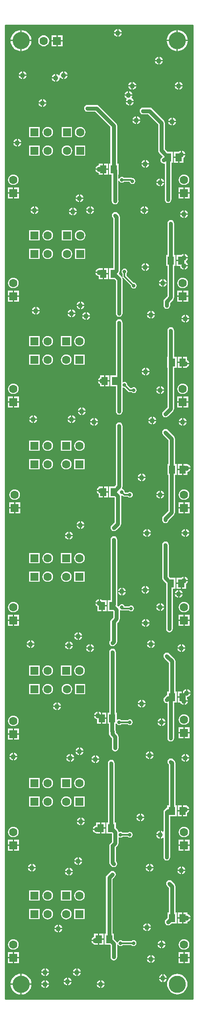
<source format=gbl>
G04 Layer_Physical_Order=2*
G04 Layer_Color=16711680*
%FSLAX25Y25*%
%MOIN*%
G70*
G01*
G75*
%ADD20C,0.01400*%
%ADD21C,0.03000*%
%ADD22C,0.01000*%
%ADD23C,0.00800*%
%ADD24C,0.13000*%
%ADD25C,0.06299*%
%ADD26R,0.06299X0.06299*%
%ADD27R,0.06299X0.06299*%
%ADD28C,0.03937*%
%ADD29C,0.02756*%
%ADD30R,0.05118X0.06102*%
G36*
X141732Y-736221D02*
X0D01*
Y0D01*
X141732D01*
Y-736221D01*
D02*
G37*
%LPC*%
G36*
X103500Y-510072D02*
Y-512500D01*
X105928D01*
X105892Y-512225D01*
X105593Y-511503D01*
X105117Y-510883D01*
X104497Y-510407D01*
X103775Y-510108D01*
X103500Y-510072D01*
D02*
G37*
G36*
X133358Y-503949D02*
X130299D01*
Y-507500D01*
X133358D01*
Y-503949D01*
D02*
G37*
G36*
X137928Y-511500D02*
X135500D01*
Y-513928D01*
X135775Y-513892D01*
X136497Y-513593D01*
X137117Y-513117D01*
X137593Y-512497D01*
X137892Y-511775D01*
X137928Y-511500D01*
D02*
G37*
G36*
X102500Y-510072D02*
X102225Y-510108D01*
X101503Y-510407D01*
X100883Y-510883D01*
X100407Y-511503D01*
X100108Y-512225D01*
X100072Y-512500D01*
X102500D01*
Y-510072D01*
D02*
G37*
G36*
X25950Y-498050D02*
X18050D01*
Y-505950D01*
X25950D01*
Y-498050D01*
D02*
G37*
G36*
X60426D02*
X52527D01*
Y-505950D01*
X60426D01*
Y-498050D01*
D02*
G37*
G36*
X32000Y-498016D02*
X30969Y-498152D01*
X30008Y-498550D01*
X29183Y-499183D01*
X28550Y-500008D01*
X28152Y-500969D01*
X28016Y-502000D01*
X28152Y-503031D01*
X28550Y-503992D01*
X29183Y-504817D01*
X30008Y-505450D01*
X30969Y-505848D01*
X32000Y-505984D01*
X33031Y-505848D01*
X33992Y-505450D01*
X34817Y-504817D01*
X35450Y-503992D01*
X35848Y-503031D01*
X35984Y-502000D01*
X35848Y-500969D01*
X35450Y-500008D01*
X34817Y-499183D01*
X33992Y-498550D01*
X33031Y-498152D01*
X32000Y-498016D01*
D02*
G37*
G36*
X46476D02*
X45445Y-498152D01*
X44484Y-498550D01*
X43659Y-499183D01*
X43026Y-500008D01*
X42628Y-500969D01*
X42493Y-502000D01*
X42628Y-503031D01*
X43026Y-503992D01*
X43659Y-504817D01*
X44484Y-505450D01*
X45445Y-505848D01*
X46476Y-505984D01*
X47507Y-505848D01*
X48468Y-505450D01*
X49293Y-504817D01*
X49926Y-503992D01*
X50324Y-503031D01*
X50460Y-502000D01*
X50324Y-500969D01*
X49926Y-500008D01*
X49293Y-499183D01*
X48468Y-498550D01*
X47507Y-498152D01*
X46476Y-498016D01*
D02*
G37*
G36*
X41928Y-515500D02*
X39500D01*
Y-517928D01*
X39775Y-517892D01*
X40497Y-517593D01*
X41117Y-517117D01*
X41593Y-516497D01*
X41892Y-515775D01*
X41928Y-515500D01*
D02*
G37*
G36*
X102500Y-513500D02*
X100072D01*
X100108Y-513775D01*
X100407Y-514497D01*
X100883Y-515117D01*
X101503Y-515593D01*
X102225Y-515892D01*
X102500Y-515928D01*
Y-513500D01*
D02*
G37*
G36*
X69500Y-519072D02*
X69225Y-519108D01*
X68503Y-519407D01*
X67883Y-519883D01*
X67407Y-520503D01*
X67108Y-521225D01*
X67072Y-521500D01*
X69500D01*
Y-519072D01*
D02*
G37*
G36*
X38500Y-515500D02*
X36072D01*
X36108Y-515775D01*
X36407Y-516497D01*
X36883Y-517117D01*
X37503Y-517593D01*
X38225Y-517892D01*
X38500Y-517928D01*
Y-515500D01*
D02*
G37*
G36*
X39500Y-512072D02*
Y-514500D01*
X41928D01*
X41892Y-514225D01*
X41593Y-513503D01*
X41117Y-512883D01*
X40497Y-512407D01*
X39775Y-512108D01*
X39500Y-512072D01*
D02*
G37*
G36*
X136500Y-502072D02*
X136225Y-502108D01*
X135503Y-502407D01*
X134883Y-502883D01*
X134407Y-503503D01*
X134358Y-503621D01*
Y-508000D01*
X133858D01*
Y-508500D01*
X130299D01*
Y-512051D01*
X132222D01*
X132407Y-512497D01*
X132883Y-513117D01*
X133503Y-513593D01*
X134225Y-513892D01*
X134500Y-513928D01*
Y-511000D01*
X135000D01*
Y-510500D01*
X137928D01*
X137892Y-510225D01*
X137593Y-509503D01*
X137417Y-509274D01*
Y-507939D01*
X137775Y-507892D01*
X138497Y-507593D01*
X139117Y-507117D01*
X139593Y-506497D01*
X139892Y-505775D01*
X139928Y-505500D01*
X137000D01*
Y-505000D01*
X136500D01*
Y-502072D01*
D02*
G37*
G36*
X105928Y-513500D02*
X103500D01*
Y-515928D01*
X103775Y-515892D01*
X104497Y-515593D01*
X105117Y-515117D01*
X105593Y-514497D01*
X105892Y-513775D01*
X105928Y-513500D01*
D02*
G37*
G36*
X38500Y-512072D02*
X38225Y-512108D01*
X37503Y-512407D01*
X36883Y-512883D01*
X36407Y-513503D01*
X36108Y-514225D01*
X36072Y-514500D01*
X38500D01*
Y-512072D01*
D02*
G37*
G36*
X137500Y-502072D02*
Y-504500D01*
X139928D01*
X139892Y-504225D01*
X139593Y-503503D01*
X139117Y-502883D01*
X138497Y-502407D01*
X137775Y-502108D01*
X137500Y-502072D01*
D02*
G37*
G36*
X18500Y-468500D02*
X16072D01*
X16108Y-468775D01*
X16407Y-469497D01*
X16883Y-470117D01*
X17503Y-470593D01*
X18225Y-470892D01*
X18500Y-470928D01*
Y-468500D01*
D02*
G37*
G36*
X21928D02*
X19500D01*
Y-470928D01*
X19775Y-470892D01*
X20497Y-470593D01*
X21117Y-470117D01*
X21593Y-469497D01*
X21892Y-468775D01*
X21928Y-468500D01*
D02*
G37*
G36*
X47500Y-469500D02*
X45072D01*
X45108Y-469775D01*
X45407Y-470497D01*
X45883Y-471117D01*
X46503Y-471593D01*
X47225Y-471892D01*
X47500Y-471928D01*
Y-469500D01*
D02*
G37*
G36*
X50928D02*
X48500D01*
Y-471928D01*
X48775Y-471892D01*
X49497Y-471593D01*
X50117Y-471117D01*
X50593Y-470497D01*
X50892Y-469775D01*
X50928Y-469500D01*
D02*
G37*
G36*
X63500Y-468072D02*
X63225Y-468108D01*
X62503Y-468407D01*
X61883Y-468883D01*
X61407Y-469503D01*
X61108Y-470225D01*
X61072Y-470500D01*
X63500D01*
Y-468072D01*
D02*
G37*
G36*
X64500D02*
Y-470500D01*
X66928D01*
X66892Y-470225D01*
X66593Y-469503D01*
X66117Y-468883D01*
X65497Y-468407D01*
X64775Y-468108D01*
X64500Y-468072D01*
D02*
G37*
G36*
X109500Y-468500D02*
X107072D01*
X107108Y-468775D01*
X107407Y-469497D01*
X107883Y-470117D01*
X108503Y-470593D01*
X109225Y-470892D01*
X109500Y-470928D01*
Y-468500D01*
D02*
G37*
G36*
X112928D02*
X110500D01*
Y-470928D01*
X110775Y-470892D01*
X111497Y-470593D01*
X112117Y-470117D01*
X112593Y-469497D01*
X112892Y-468775D01*
X112928Y-468500D01*
D02*
G37*
G36*
X25950Y-484050D02*
X18050D01*
Y-491950D01*
X25950D01*
Y-484050D01*
D02*
G37*
G36*
X49950D02*
X42050D01*
Y-491950D01*
X49950D01*
Y-484050D01*
D02*
G37*
G36*
X32000Y-484016D02*
X30969Y-484152D01*
X30008Y-484550D01*
X29183Y-485183D01*
X28550Y-486008D01*
X28152Y-486969D01*
X28016Y-488000D01*
X28152Y-489031D01*
X28550Y-489992D01*
X29183Y-490817D01*
X30008Y-491450D01*
X30969Y-491848D01*
X32000Y-491984D01*
X33031Y-491848D01*
X33992Y-491450D01*
X34817Y-490817D01*
X35450Y-489992D01*
X35848Y-489031D01*
X35984Y-488000D01*
X35848Y-486969D01*
X35450Y-486008D01*
X34817Y-485183D01*
X33992Y-484550D01*
X33031Y-484152D01*
X32000Y-484016D01*
D02*
G37*
G36*
X56000D02*
X54969Y-484152D01*
X54008Y-484550D01*
X53183Y-485183D01*
X52550Y-486008D01*
X52152Y-486969D01*
X52016Y-488000D01*
X52152Y-489031D01*
X52550Y-489992D01*
X53183Y-490817D01*
X54008Y-491450D01*
X54969Y-491848D01*
X56000Y-491984D01*
X57031Y-491848D01*
X57992Y-491450D01*
X58817Y-490817D01*
X59450Y-489992D01*
X59848Y-489031D01*
X59984Y-488000D01*
X59848Y-486969D01*
X59450Y-486008D01*
X58817Y-485183D01*
X57992Y-484550D01*
X57031Y-484152D01*
X56000Y-484016D01*
D02*
G37*
G36*
X132500Y-471500D02*
X130072D01*
X130108Y-471775D01*
X130407Y-472497D01*
X130883Y-473117D01*
X131503Y-473593D01*
X132225Y-473892D01*
X132500Y-473928D01*
Y-471500D01*
D02*
G37*
G36*
X135928D02*
X133500D01*
Y-473928D01*
X133775Y-473892D01*
X134497Y-473593D01*
X135117Y-473117D01*
X135593Y-472497D01*
X135892Y-471775D01*
X135928Y-471500D01*
D02*
G37*
G36*
X63500D02*
X61072D01*
X61108Y-471775D01*
X61407Y-472497D01*
X61883Y-473117D01*
X62503Y-473593D01*
X63225Y-473892D01*
X63500Y-473928D01*
Y-471500D01*
D02*
G37*
G36*
X66928D02*
X64500D01*
Y-473928D01*
X64775Y-473892D01*
X65497Y-473593D01*
X66117Y-473117D01*
X66593Y-472497D01*
X66892Y-471775D01*
X66928Y-471500D01*
D02*
G37*
G36*
X76374Y-519949D02*
X73315D01*
Y-523500D01*
X76374D01*
Y-519949D01*
D02*
G37*
G36*
X58928Y-549500D02*
X56500D01*
Y-551928D01*
X56775Y-551892D01*
X57497Y-551593D01*
X58117Y-551117D01*
X58593Y-550497D01*
X58892Y-549775D01*
X58928Y-549500D01*
D02*
G37*
G36*
X108500Y-549072D02*
X108225Y-549108D01*
X107503Y-549407D01*
X106883Y-549883D01*
X106407Y-550503D01*
X106108Y-551225D01*
X106072Y-551500D01*
X108500D01*
Y-549072D01*
D02*
G37*
G36*
X6500Y-550072D02*
Y-552500D01*
X8928D01*
X8892Y-552225D01*
X8593Y-551503D01*
X8117Y-550883D01*
X7497Y-550407D01*
X6775Y-550108D01*
X6500Y-550072D01*
D02*
G37*
G36*
X55500Y-549500D02*
X53072D01*
X53108Y-549775D01*
X53407Y-550497D01*
X53883Y-551117D01*
X54503Y-551593D01*
X55225Y-551892D01*
X55500Y-551928D01*
Y-549500D01*
D02*
G37*
G36*
X56500Y-546072D02*
Y-548500D01*
X58928D01*
X58892Y-548225D01*
X58593Y-547503D01*
X58117Y-546883D01*
X57497Y-546407D01*
X56775Y-546108D01*
X56500Y-546072D01*
D02*
G37*
G36*
X122000Y-474451D02*
X121025Y-474645D01*
X120198Y-475198D01*
X119645Y-476024D01*
X119451Y-477000D01*
X119645Y-477976D01*
X120198Y-478802D01*
X123435Y-482040D01*
Y-503949D01*
X122425D01*
Y-506502D01*
X122103Y-506566D01*
X121276Y-507119D01*
X120198Y-508198D01*
X119645Y-509024D01*
X119451Y-510000D01*
X119645Y-510976D01*
X120198Y-511802D01*
X121025Y-512355D01*
X122000Y-512549D01*
X122127Y-512524D01*
X122514Y-512841D01*
Y-539063D01*
X122708Y-540038D01*
X123261Y-540865D01*
X124088Y-541418D01*
X125063Y-541612D01*
X126038Y-541418D01*
X126865Y-540865D01*
X127418Y-540038D01*
X127612Y-539063D01*
Y-512051D01*
X129543D01*
Y-503949D01*
X128533D01*
Y-480984D01*
X128339Y-480009D01*
X127787Y-479182D01*
X123802Y-475198D01*
X122976Y-474645D01*
X122000Y-474451D01*
D02*
G37*
G36*
X109500Y-549072D02*
Y-551500D01*
X111928D01*
X111892Y-551225D01*
X111593Y-550503D01*
X111117Y-549883D01*
X110497Y-549407D01*
X109775Y-549108D01*
X109500Y-549072D01*
D02*
G37*
G36*
X55500Y-546072D02*
X55225Y-546108D01*
X54503Y-546407D01*
X53883Y-546883D01*
X53407Y-547503D01*
X53108Y-548225D01*
X53072Y-548500D01*
X55500D01*
Y-546072D01*
D02*
G37*
G36*
X68500Y-552072D02*
Y-554500D01*
X70928D01*
X70892Y-554225D01*
X70593Y-553503D01*
X70117Y-552883D01*
X69497Y-552407D01*
X68775Y-552108D01*
X68500Y-552072D01*
D02*
G37*
G36*
X48500Y-551072D02*
X48225Y-551108D01*
X47503Y-551407D01*
X46883Y-551883D01*
X46407Y-552503D01*
X46108Y-553225D01*
X46072Y-553500D01*
X48500D01*
Y-551072D01*
D02*
G37*
G36*
X111928Y-552500D02*
X109500D01*
Y-554928D01*
X109775Y-554892D01*
X110497Y-554593D01*
X111117Y-554117D01*
X111593Y-553497D01*
X111892Y-552775D01*
X111928Y-552500D01*
D02*
G37*
G36*
X67500Y-552072D02*
X67225Y-552108D01*
X66503Y-552407D01*
X65883Y-552883D01*
X65407Y-553503D01*
X65108Y-554225D01*
X65072Y-554500D01*
X67500D01*
Y-552072D01*
D02*
G37*
G36*
X136500Y-551072D02*
Y-553500D01*
X138928D01*
X138892Y-553225D01*
X138593Y-552503D01*
X138117Y-551883D01*
X137497Y-551407D01*
X136775Y-551108D01*
X136500Y-551072D01*
D02*
G37*
G36*
X5500Y-550072D02*
X5225Y-550108D01*
X4503Y-550407D01*
X3883Y-550883D01*
X3407Y-551503D01*
X3108Y-552225D01*
X3072Y-552500D01*
X5500D01*
Y-550072D01*
D02*
G37*
G36*
X49500Y-551072D02*
Y-553500D01*
X51928D01*
X51892Y-553225D01*
X51593Y-552503D01*
X51117Y-551883D01*
X50497Y-551407D01*
X49775Y-551108D01*
X49500Y-551072D01*
D02*
G37*
G36*
X135500D02*
X135225Y-551108D01*
X134503Y-551407D01*
X133883Y-551883D01*
X133407Y-552503D01*
X133108Y-553225D01*
X133072Y-553500D01*
X135500D01*
Y-551072D01*
D02*
G37*
G36*
X5500Y-536500D02*
X1850D01*
Y-540150D01*
X5500D01*
Y-536500D01*
D02*
G37*
G36*
X81000Y-471451D02*
X80024Y-471645D01*
X79198Y-472198D01*
X78645Y-473025D01*
X78451Y-474000D01*
Y-519949D01*
X77130D01*
Y-528051D01*
X78140D01*
Y-533689D01*
X78334Y-534664D01*
X78388Y-534745D01*
Y-535937D01*
X78582Y-536912D01*
X79135Y-537739D01*
X80451Y-539056D01*
Y-546500D01*
X80645Y-547475D01*
X81198Y-548302D01*
X82025Y-548855D01*
X83000Y-549049D01*
X83975Y-548855D01*
X84802Y-548302D01*
X85355Y-547475D01*
X85549Y-546500D01*
Y-538000D01*
X85355Y-537024D01*
X84802Y-536198D01*
X83486Y-534881D01*
Y-533937D01*
X83292Y-532962D01*
X83238Y-532881D01*
Y-528051D01*
X84083D01*
X84430Y-528570D01*
X85150Y-529052D01*
X86000Y-529221D01*
X86850Y-529052D01*
X87570Y-528570D01*
X87598Y-528529D01*
X92402D01*
X92430Y-528570D01*
X93150Y-529052D01*
X94000Y-529221D01*
X94850Y-529052D01*
X95570Y-528570D01*
X96052Y-527850D01*
X96221Y-527000D01*
X96052Y-526150D01*
X95570Y-525430D01*
X94850Y-524948D01*
X94000Y-524779D01*
X93150Y-524948D01*
X92430Y-525430D01*
X92402Y-525471D01*
X87598D01*
X87570Y-525430D01*
X86850Y-524948D01*
X86000Y-524779D01*
X85150Y-524948D01*
X84748Y-525217D01*
X84248Y-524950D01*
Y-519949D01*
X83549D01*
Y-474000D01*
X83355Y-473025D01*
X82802Y-472198D01*
X81976Y-471645D01*
X81000Y-471451D01*
D02*
G37*
G36*
X135000Y-521016D02*
X133969Y-521152D01*
X133008Y-521550D01*
X132183Y-522183D01*
X131550Y-523008D01*
X131152Y-523969D01*
X131016Y-525000D01*
X131152Y-526031D01*
X131550Y-526992D01*
X132183Y-527817D01*
X133008Y-528450D01*
X133969Y-528848D01*
X135000Y-528984D01*
X136031Y-528848D01*
X136992Y-528450D01*
X137817Y-527817D01*
X138450Y-526992D01*
X138848Y-526031D01*
X138984Y-525000D01*
X138848Y-523969D01*
X138450Y-523008D01*
X137817Y-522183D01*
X136992Y-521550D01*
X136031Y-521152D01*
X135000Y-521016D01*
D02*
G37*
G36*
X117500Y-527500D02*
X115072D01*
X115108Y-527775D01*
X115407Y-528497D01*
X115883Y-529117D01*
X116503Y-529593D01*
X117225Y-529892D01*
X117500Y-529928D01*
Y-527500D01*
D02*
G37*
G36*
X120928D02*
X118500D01*
Y-529928D01*
X118775Y-529892D01*
X119497Y-529593D01*
X120117Y-529117D01*
X120593Y-528497D01*
X120892Y-527775D01*
X120928Y-527500D01*
D02*
G37*
G36*
X117500Y-524072D02*
X117225Y-524108D01*
X116503Y-524407D01*
X115883Y-524883D01*
X115407Y-525503D01*
X115108Y-526225D01*
X115072Y-526500D01*
X117500D01*
Y-524072D01*
D02*
G37*
G36*
X118500D02*
Y-526500D01*
X120928D01*
X120892Y-526225D01*
X120593Y-525503D01*
X120117Y-524883D01*
X119497Y-524407D01*
X118775Y-524108D01*
X118500Y-524072D01*
D02*
G37*
G36*
X70500Y-519072D02*
Y-522000D01*
X70000D01*
Y-522500D01*
X67072D01*
X67108Y-522775D01*
X67407Y-523497D01*
X67883Y-524117D01*
X68503Y-524593D01*
X69225Y-524892D01*
X69256Y-524896D01*
Y-528051D01*
X72315D01*
Y-524000D01*
Y-519949D01*
X72168D01*
X72117Y-519883D01*
X71497Y-519407D01*
X70775Y-519108D01*
X70500Y-519072D01*
D02*
G37*
G36*
X76374Y-524500D02*
X73315D01*
Y-528051D01*
X76374D01*
Y-524500D01*
D02*
G37*
G36*
X139150Y-535500D02*
X135500D01*
Y-539150D01*
X139150D01*
Y-535500D01*
D02*
G37*
G36*
X5500Y-531850D02*
X1850D01*
Y-535500D01*
X5500D01*
Y-531850D01*
D02*
G37*
G36*
X10150Y-536500D02*
X6500D01*
Y-540150D01*
X10150D01*
Y-536500D01*
D02*
G37*
G36*
X134500Y-535500D02*
X130850D01*
Y-539150D01*
X134500D01*
Y-535500D01*
D02*
G37*
G36*
X139150Y-530850D02*
X135500D01*
Y-534500D01*
X139150D01*
Y-530850D01*
D02*
G37*
G36*
X6000Y-522016D02*
X4969Y-522152D01*
X4008Y-522550D01*
X3183Y-523183D01*
X2550Y-524008D01*
X2152Y-524969D01*
X2016Y-526000D01*
X2152Y-527031D01*
X2550Y-527992D01*
X3183Y-528817D01*
X4008Y-529450D01*
X4969Y-529848D01*
X6000Y-529984D01*
X7031Y-529848D01*
X7992Y-529450D01*
X8817Y-528817D01*
X9450Y-527992D01*
X9848Y-527031D01*
X9984Y-526000D01*
X9848Y-524969D01*
X9450Y-524008D01*
X8817Y-523183D01*
X7992Y-522550D01*
X7031Y-522152D01*
X6000Y-522016D01*
D02*
G37*
G36*
X10150Y-531850D02*
X6500D01*
Y-535500D01*
X10150D01*
Y-531850D01*
D02*
G37*
G36*
X134500Y-530850D02*
X130850D01*
Y-534500D01*
X134500D01*
Y-530850D01*
D02*
G37*
G36*
X132500Y-468072D02*
X132225Y-468108D01*
X131503Y-468407D01*
X130883Y-468883D01*
X130407Y-469503D01*
X130108Y-470225D01*
X130072Y-470500D01*
X132500D01*
Y-468072D01*
D02*
G37*
G36*
X105240Y-424072D02*
X104965Y-424108D01*
X104243Y-424407D01*
X103623Y-424883D01*
X103147Y-425503D01*
X102848Y-426225D01*
X102812Y-426500D01*
X105240D01*
Y-424072D01*
D02*
G37*
G36*
X106240D02*
Y-426500D01*
X108668D01*
X108632Y-426225D01*
X108333Y-425503D01*
X107857Y-424883D01*
X107237Y-424407D01*
X106515Y-424108D01*
X106240Y-424072D01*
D02*
G37*
G36*
X87563Y-425347D02*
X87288Y-425384D01*
X86566Y-425683D01*
X85946Y-426158D01*
X85470Y-426779D01*
X85171Y-427501D01*
X85135Y-427776D01*
X87563D01*
Y-425347D01*
D02*
G37*
G36*
X88563D02*
Y-427776D01*
X90991D01*
X90955Y-427501D01*
X90656Y-426779D01*
X90180Y-426158D01*
X89560Y-425683D01*
X88838Y-425384D01*
X88563Y-425347D01*
D02*
G37*
G36*
X32000Y-413016D02*
X30969Y-413152D01*
X30008Y-413550D01*
X29183Y-414183D01*
X28550Y-415008D01*
X28152Y-415969D01*
X28016Y-417000D01*
X28152Y-418031D01*
X28550Y-418992D01*
X29183Y-419817D01*
X30008Y-420450D01*
X30969Y-420848D01*
X32000Y-420984D01*
X33031Y-420848D01*
X33992Y-420450D01*
X34817Y-419817D01*
X35450Y-418992D01*
X35848Y-418031D01*
X35984Y-417000D01*
X35848Y-415969D01*
X35450Y-415008D01*
X34817Y-414183D01*
X33992Y-413550D01*
X33031Y-413152D01*
X32000Y-413016D01*
D02*
G37*
G36*
X46000D02*
X44969Y-413152D01*
X44008Y-413550D01*
X43183Y-414183D01*
X42550Y-415008D01*
X42152Y-415969D01*
X42016Y-417000D01*
X42152Y-418031D01*
X42550Y-418992D01*
X43183Y-419817D01*
X44008Y-420450D01*
X44969Y-420848D01*
X46000Y-420984D01*
X47031Y-420848D01*
X47992Y-420450D01*
X48817Y-419817D01*
X49450Y-418992D01*
X49848Y-418031D01*
X49984Y-417000D01*
X49848Y-415969D01*
X49450Y-415008D01*
X48817Y-414183D01*
X47992Y-413550D01*
X47031Y-413152D01*
X46000Y-413016D01*
D02*
G37*
G36*
X132437Y-422500D02*
X129378D01*
Y-426051D01*
X132437D01*
Y-422500D01*
D02*
G37*
G36*
X134500Y-417072D02*
X134225Y-417108D01*
X133503Y-417407D01*
X132883Y-417883D01*
X132832Y-417949D01*
X129378D01*
Y-421500D01*
X132937D01*
Y-422000D01*
X133437D01*
Y-426051D01*
X136496D01*
Y-422593D01*
X136497Y-422593D01*
X137117Y-422117D01*
X137593Y-421497D01*
X137892Y-420775D01*
X137928Y-420500D01*
X135000D01*
Y-420000D01*
X134500D01*
Y-417072D01*
D02*
G37*
G36*
X87563Y-428776D02*
X85135D01*
X85171Y-429050D01*
X85470Y-429773D01*
X85946Y-430393D01*
X86566Y-430869D01*
X87288Y-431168D01*
X87563Y-431204D01*
Y-428776D01*
D02*
G37*
G36*
X90991D02*
X88563D01*
Y-431204D01*
X88838Y-431168D01*
X89560Y-430869D01*
X90180Y-430393D01*
X90656Y-429773D01*
X90955Y-429050D01*
X90991Y-428776D01*
D02*
G37*
G36*
X130500Y-430500D02*
X128072D01*
X128108Y-430775D01*
X128407Y-431497D01*
X128883Y-432117D01*
X129503Y-432593D01*
X130225Y-432892D01*
X130500Y-432928D01*
Y-430500D01*
D02*
G37*
G36*
X133928D02*
X131500D01*
Y-432928D01*
X131775Y-432892D01*
X132497Y-432593D01*
X133117Y-432117D01*
X133593Y-431497D01*
X133892Y-430775D01*
X133928Y-430500D01*
D02*
G37*
G36*
X130500Y-427072D02*
X130225Y-427108D01*
X129503Y-427407D01*
X128883Y-427883D01*
X128407Y-428503D01*
X128108Y-429225D01*
X128072Y-429500D01*
X130500D01*
Y-427072D01*
D02*
G37*
G36*
X131500D02*
Y-429500D01*
X133928D01*
X133892Y-429225D01*
X133593Y-428503D01*
X133117Y-427883D01*
X132497Y-427407D01*
X131775Y-427108D01*
X131500Y-427072D01*
D02*
G37*
G36*
X105240Y-427500D02*
X102812D01*
X102848Y-427775D01*
X103147Y-428497D01*
X103623Y-429117D01*
X104243Y-429593D01*
X104965Y-429892D01*
X105240Y-429928D01*
Y-427500D01*
D02*
G37*
G36*
X108668D02*
X106240D01*
Y-429928D01*
X106515Y-429892D01*
X107237Y-429593D01*
X107857Y-429117D01*
X108333Y-428497D01*
X108632Y-427775D01*
X108668Y-427500D01*
D02*
G37*
G36*
X25950Y-413050D02*
X18050D01*
Y-420950D01*
X25950D01*
Y-413050D01*
D02*
G37*
G36*
X135500Y-384500D02*
X133072D01*
X133108Y-384775D01*
X133407Y-385497D01*
X133883Y-386117D01*
X134503Y-386593D01*
X135225Y-386892D01*
X135500Y-386928D01*
Y-384500D01*
D02*
G37*
G36*
X138928D02*
X136500D01*
Y-386928D01*
X136775Y-386892D01*
X137497Y-386593D01*
X138117Y-386117D01*
X138593Y-385497D01*
X138892Y-384775D01*
X138928Y-384500D01*
D02*
G37*
G36*
X106500D02*
X104072D01*
X104108Y-384775D01*
X104407Y-385497D01*
X104883Y-386117D01*
X105503Y-386593D01*
X106225Y-386892D01*
X106500Y-386928D01*
Y-384500D01*
D02*
G37*
G36*
X109928D02*
X107500D01*
Y-386928D01*
X107775Y-386892D01*
X108497Y-386593D01*
X109117Y-386117D01*
X109593Y-385497D01*
X109892Y-384775D01*
X109928Y-384500D01*
D02*
G37*
G36*
X106500Y-381072D02*
X106225Y-381108D01*
X105503Y-381407D01*
X104883Y-381883D01*
X104407Y-382503D01*
X104108Y-383225D01*
X104072Y-383500D01*
X106500D01*
Y-381072D01*
D02*
G37*
G36*
X107500D02*
Y-383500D01*
X109928D01*
X109892Y-383225D01*
X109593Y-382503D01*
X109117Y-381883D01*
X108497Y-381407D01*
X107775Y-381108D01*
X107500Y-381072D01*
D02*
G37*
G36*
X47500Y-383072D02*
X47225Y-383108D01*
X46503Y-383407D01*
X45883Y-383883D01*
X45407Y-384503D01*
X45108Y-385225D01*
X45072Y-385500D01*
X47500D01*
Y-383072D01*
D02*
G37*
G36*
X48500D02*
Y-385500D01*
X50928D01*
X50892Y-385225D01*
X50593Y-384503D01*
X50117Y-383883D01*
X49497Y-383407D01*
X48775Y-383108D01*
X48500Y-383072D01*
D02*
G37*
G36*
X32000Y-399016D02*
X30969Y-399152D01*
X30008Y-399550D01*
X29183Y-400183D01*
X28550Y-401008D01*
X28152Y-401969D01*
X28016Y-403000D01*
X28152Y-404031D01*
X28550Y-404992D01*
X29183Y-405817D01*
X30008Y-406450D01*
X30969Y-406848D01*
X32000Y-406984D01*
X33031Y-406848D01*
X33992Y-406450D01*
X34817Y-405817D01*
X35450Y-404992D01*
X35848Y-404031D01*
X35984Y-403000D01*
X35848Y-401969D01*
X35450Y-401008D01*
X34817Y-400183D01*
X33992Y-399550D01*
X33031Y-399152D01*
X32000Y-399016D01*
D02*
G37*
G36*
X56000D02*
X54969Y-399152D01*
X54008Y-399550D01*
X53183Y-400183D01*
X52550Y-401008D01*
X52152Y-401969D01*
X52016Y-403000D01*
X52152Y-404031D01*
X52550Y-404992D01*
X53183Y-405817D01*
X54008Y-406450D01*
X54969Y-406848D01*
X56000Y-406984D01*
X57031Y-406848D01*
X57992Y-406450D01*
X58817Y-405817D01*
X59450Y-404992D01*
X59848Y-404031D01*
X59984Y-403000D01*
X59848Y-401969D01*
X59450Y-401008D01*
X58817Y-400183D01*
X57992Y-399550D01*
X57031Y-399152D01*
X56000Y-399016D01*
D02*
G37*
G36*
X59950Y-413050D02*
X52050D01*
Y-420950D01*
X59950D01*
Y-413050D01*
D02*
G37*
G36*
X135500Y-417072D02*
Y-419500D01*
X137928D01*
X137892Y-419225D01*
X137593Y-418503D01*
X137117Y-417883D01*
X136497Y-417407D01*
X135775Y-417108D01*
X135500Y-417072D01*
D02*
G37*
G36*
X47500Y-386500D02*
X45072D01*
X45108Y-386775D01*
X45407Y-387497D01*
X45883Y-388117D01*
X46503Y-388593D01*
X47225Y-388892D01*
X47500Y-388928D01*
Y-386500D01*
D02*
G37*
G36*
X50928D02*
X48500D01*
Y-388928D01*
X48775Y-388892D01*
X49497Y-388593D01*
X50117Y-388117D01*
X50593Y-387497D01*
X50892Y-386775D01*
X50928Y-386500D01*
D02*
G37*
G36*
X25950Y-399050D02*
X18050D01*
Y-406950D01*
X25950D01*
Y-399050D01*
D02*
G37*
G36*
X49950D02*
X42050D01*
Y-406950D01*
X49950D01*
Y-399050D01*
D02*
G37*
G36*
X70500Y-434072D02*
X70225Y-434108D01*
X69503Y-434407D01*
X68883Y-434883D01*
X68407Y-435503D01*
X68108Y-436225D01*
X68072Y-436500D01*
X70500D01*
Y-434072D01*
D02*
G37*
G36*
X55500Y-459072D02*
Y-461500D01*
X57928D01*
X57892Y-461225D01*
X57593Y-460503D01*
X57117Y-459883D01*
X56497Y-459407D01*
X55775Y-459108D01*
X55500Y-459072D01*
D02*
G37*
G36*
X121000Y-390451D02*
X120025Y-390645D01*
X119198Y-391198D01*
X118645Y-392024D01*
X118451Y-393000D01*
Y-417937D01*
X118645Y-418913D01*
X119198Y-419739D01*
X121504Y-422046D01*
Y-423734D01*
X121451Y-424000D01*
Y-456500D01*
X121645Y-457476D01*
X122198Y-458302D01*
X123024Y-458855D01*
X124000Y-459049D01*
X124976Y-458855D01*
X125802Y-458302D01*
X126355Y-457476D01*
X126549Y-456500D01*
Y-426051D01*
X128622D01*
Y-417949D01*
X124617D01*
X123549Y-416881D01*
Y-393000D01*
X123355Y-392024D01*
X122802Y-391198D01*
X121976Y-390645D01*
X121000Y-390451D01*
D02*
G37*
G36*
X57928Y-462500D02*
X55500D01*
Y-464928D01*
X55775Y-464892D01*
X56497Y-464593D01*
X57117Y-464117D01*
X57593Y-463497D01*
X57892Y-462775D01*
X57928Y-462500D01*
D02*
G37*
G36*
X54500Y-459072D02*
X54225Y-459108D01*
X53503Y-459407D01*
X52883Y-459883D01*
X52407Y-460503D01*
X52108Y-461225D01*
X52072Y-461500D01*
X54500D01*
Y-459072D01*
D02*
G37*
G36*
X5500Y-450500D02*
X1850D01*
Y-454150D01*
X5500D01*
Y-450500D01*
D02*
G37*
G36*
X10150D02*
X6500D01*
Y-454150D01*
X10150D01*
Y-450500D01*
D02*
G37*
G36*
X105500Y-452500D02*
X103072D01*
X103108Y-452775D01*
X103407Y-453497D01*
X103883Y-454117D01*
X104503Y-454593D01*
X105225Y-454892D01*
X105500Y-454928D01*
Y-452500D01*
D02*
G37*
G36*
X108928D02*
X106500D01*
Y-454928D01*
X106775Y-454892D01*
X107497Y-454593D01*
X108117Y-454117D01*
X108593Y-453497D01*
X108892Y-452775D01*
X108928Y-452500D01*
D02*
G37*
G36*
X48500Y-466072D02*
Y-468500D01*
X50928D01*
X50892Y-468225D01*
X50593Y-467503D01*
X50117Y-466883D01*
X49497Y-466407D01*
X48775Y-466108D01*
X48500Y-466072D01*
D02*
G37*
G36*
X18500Y-465072D02*
X18225Y-465108D01*
X17503Y-465407D01*
X16883Y-465883D01*
X16407Y-466503D01*
X16108Y-467225D01*
X16072Y-467500D01*
X18500D01*
Y-465072D01*
D02*
G37*
G36*
X133500Y-468072D02*
Y-470500D01*
X135928D01*
X135892Y-470225D01*
X135593Y-469503D01*
X135117Y-468883D01*
X134497Y-468407D01*
X133775Y-468108D01*
X133500Y-468072D01*
D02*
G37*
G36*
X47500Y-466072D02*
X47225Y-466108D01*
X46503Y-466407D01*
X45883Y-466883D01*
X45407Y-467503D01*
X45108Y-468225D01*
X45072Y-468500D01*
X47500D01*
Y-466072D01*
D02*
G37*
G36*
X110500Y-465072D02*
Y-467500D01*
X112928D01*
X112892Y-467225D01*
X112593Y-466503D01*
X112117Y-465883D01*
X111497Y-465407D01*
X110775Y-465108D01*
X110500Y-465072D01*
D02*
G37*
G36*
X54500Y-462500D02*
X52072D01*
X52108Y-462775D01*
X52407Y-463497D01*
X52883Y-464117D01*
X53503Y-464593D01*
X54225Y-464892D01*
X54500Y-464928D01*
Y-462500D01*
D02*
G37*
G36*
X19500Y-465072D02*
Y-467500D01*
X21928D01*
X21892Y-467225D01*
X21593Y-466503D01*
X21117Y-465883D01*
X20497Y-465407D01*
X19775Y-465108D01*
X19500Y-465072D01*
D02*
G37*
G36*
X109500D02*
X109225Y-465108D01*
X108503Y-465407D01*
X107883Y-465883D01*
X107407Y-466503D01*
X107108Y-467225D01*
X107072Y-467500D01*
X109500D01*
Y-465072D01*
D02*
G37*
G36*
X134500Y-450500D02*
X130850D01*
Y-454150D01*
X134500D01*
Y-450500D01*
D02*
G37*
G36*
X71500Y-434072D02*
Y-437000D01*
X71000D01*
Y-437500D01*
X68072D01*
X68108Y-437775D01*
X68407Y-438497D01*
X68883Y-439117D01*
X69503Y-439593D01*
X69504Y-439593D01*
Y-443051D01*
X72563D01*
Y-439000D01*
X73063D01*
Y-438500D01*
X76622D01*
Y-434949D01*
X73168D01*
X73117Y-434883D01*
X72497Y-434407D01*
X71775Y-434108D01*
X71500Y-434072D01*
D02*
G37*
G36*
X76622Y-439500D02*
X73563D01*
Y-443051D01*
X76622D01*
Y-439500D01*
D02*
G37*
G36*
X135000Y-436016D02*
X133969Y-436152D01*
X133008Y-436550D01*
X132183Y-437183D01*
X131550Y-438008D01*
X131152Y-438969D01*
X131016Y-440000D01*
X131152Y-441031D01*
X131550Y-441992D01*
X132183Y-442817D01*
X133008Y-443450D01*
X133969Y-443848D01*
X135000Y-443984D01*
X136031Y-443848D01*
X136992Y-443450D01*
X137817Y-442817D01*
X138450Y-441992D01*
X138848Y-441031D01*
X138984Y-440000D01*
X138848Y-438969D01*
X138450Y-438008D01*
X137817Y-437183D01*
X136992Y-436550D01*
X136031Y-436152D01*
X135000Y-436016D01*
D02*
G37*
G36*
X82000Y-386451D02*
X81024Y-386645D01*
X80198Y-387198D01*
X79645Y-388024D01*
X79451Y-389000D01*
Y-434949D01*
X77378D01*
Y-443051D01*
X81383D01*
X81451Y-443119D01*
Y-447881D01*
X80135Y-449198D01*
X79582Y-450025D01*
X79388Y-451000D01*
Y-465007D01*
X79198Y-465198D01*
X78645Y-466024D01*
X78451Y-467000D01*
X78645Y-467976D01*
X79198Y-468802D01*
X80024Y-469355D01*
X81000Y-469549D01*
X81976Y-469355D01*
X82802Y-468802D01*
X83739Y-467865D01*
X84292Y-467038D01*
X84486Y-466063D01*
Y-452056D01*
X85802Y-450739D01*
X86355Y-449913D01*
X86549Y-448937D01*
Y-442390D01*
X86616Y-442334D01*
X87049Y-442169D01*
X87415Y-442413D01*
X88000Y-442529D01*
X93402D01*
X93430Y-442570D01*
X94150Y-443052D01*
X95000Y-443221D01*
X95850Y-443052D01*
X96570Y-442570D01*
X97052Y-441850D01*
X97221Y-441000D01*
X97052Y-440150D01*
X96570Y-439430D01*
X95850Y-438948D01*
X95000Y-438779D01*
X94150Y-438948D01*
X93430Y-439430D01*
X93402Y-439471D01*
X90115D01*
X90052Y-439150D01*
X89570Y-438430D01*
X88850Y-437948D01*
X88000Y-437779D01*
X87150Y-437948D01*
X86430Y-438430D01*
X85948Y-439150D01*
X85857Y-439608D01*
X85315Y-439773D01*
X84496Y-438954D01*
Y-438203D01*
X84549Y-437937D01*
Y-389000D01*
X84355Y-388024D01*
X83802Y-387198D01*
X82976Y-386645D01*
X82000Y-386451D01*
D02*
G37*
G36*
X116500Y-437072D02*
X116225Y-437108D01*
X115503Y-437407D01*
X114883Y-437883D01*
X114407Y-438503D01*
X114108Y-439225D01*
X114072Y-439500D01*
X116500D01*
Y-437072D01*
D02*
G37*
G36*
X117500D02*
Y-439500D01*
X119928D01*
X119892Y-439225D01*
X119593Y-438503D01*
X119117Y-437883D01*
X118497Y-437407D01*
X117775Y-437108D01*
X117500Y-437072D01*
D02*
G37*
G36*
X116500Y-440500D02*
X114072D01*
X114108Y-440775D01*
X114407Y-441497D01*
X114883Y-442117D01*
X115503Y-442593D01*
X116225Y-442892D01*
X116500Y-442928D01*
Y-440500D01*
D02*
G37*
G36*
X119928D02*
X117500D01*
Y-442928D01*
X117775Y-442892D01*
X118497Y-442593D01*
X119117Y-442117D01*
X119593Y-441497D01*
X119892Y-440775D01*
X119928Y-440500D01*
D02*
G37*
G36*
X106500Y-449072D02*
Y-451500D01*
X108928D01*
X108892Y-451225D01*
X108593Y-450503D01*
X108117Y-449883D01*
X107497Y-449407D01*
X106775Y-449108D01*
X106500Y-449072D01*
D02*
G37*
G36*
X5500Y-445850D02*
X1850D01*
Y-449500D01*
X5500D01*
Y-445850D01*
D02*
G37*
G36*
X139150Y-450500D02*
X135500D01*
Y-454150D01*
X139150D01*
Y-450500D01*
D02*
G37*
G36*
X105500Y-449072D02*
X105225Y-449108D01*
X104503Y-449407D01*
X103883Y-449883D01*
X103407Y-450503D01*
X103108Y-451225D01*
X103072Y-451500D01*
X105500D01*
Y-449072D01*
D02*
G37*
G36*
X139150Y-445850D02*
X135500D01*
Y-449500D01*
X139150D01*
Y-445850D01*
D02*
G37*
G36*
X6000Y-436016D02*
X4969Y-436152D01*
X4008Y-436550D01*
X3183Y-437183D01*
X2550Y-438008D01*
X2152Y-438969D01*
X2016Y-440000D01*
X2152Y-441031D01*
X2550Y-441992D01*
X3183Y-442817D01*
X4008Y-443450D01*
X4969Y-443848D01*
X6000Y-443984D01*
X7031Y-443848D01*
X7992Y-443450D01*
X8817Y-442817D01*
X9450Y-441992D01*
X9848Y-441031D01*
X9984Y-440000D01*
X9848Y-438969D01*
X9450Y-438008D01*
X8817Y-437183D01*
X7992Y-436550D01*
X7031Y-436152D01*
X6000Y-436016D01*
D02*
G37*
G36*
X134500Y-445850D02*
X130850D01*
Y-449500D01*
X134500D01*
Y-445850D01*
D02*
G37*
G36*
X10150D02*
X6500D01*
Y-449500D01*
X10150D01*
Y-445850D01*
D02*
G37*
G36*
X108500Y-552500D02*
X106072D01*
X106108Y-552775D01*
X106407Y-553497D01*
X106883Y-554117D01*
X107503Y-554593D01*
X108225Y-554892D01*
X108500Y-554928D01*
Y-552500D01*
D02*
G37*
G36*
X120928Y-695500D02*
X118500D01*
Y-697928D01*
X118775Y-697892D01*
X119497Y-697593D01*
X120117Y-697117D01*
X120593Y-696497D01*
X120892Y-695775D01*
X120928Y-695500D01*
D02*
G37*
G36*
X80937Y-639451D02*
X79962Y-639645D01*
X79135Y-640198D01*
X76635Y-642698D01*
X76082Y-643525D01*
X75888Y-644500D01*
Y-686949D01*
X74878D01*
Y-695051D01*
X78883D01*
X79451Y-695619D01*
Y-704500D01*
X79645Y-705476D01*
X80198Y-706302D01*
X81024Y-706855D01*
X82000Y-707049D01*
X82976Y-706855D01*
X83802Y-706302D01*
X84355Y-705476D01*
X84549Y-704500D01*
Y-695152D01*
X85049Y-695000D01*
X85430Y-695570D01*
X86150Y-696052D01*
X87000Y-696221D01*
X87850Y-696052D01*
X88570Y-695570D01*
X88598Y-695529D01*
X95276D01*
X95304Y-695570D01*
X96024Y-696052D01*
X96874Y-696221D01*
X97724Y-696052D01*
X98444Y-695570D01*
X98926Y-694850D01*
X99095Y-694000D01*
X98926Y-693150D01*
X98444Y-692430D01*
X97724Y-691948D01*
X96874Y-691779D01*
X96024Y-691948D01*
X95304Y-692430D01*
X95276Y-692471D01*
X88598D01*
X88570Y-692430D01*
X87850Y-691948D01*
X87000Y-691779D01*
X86150Y-691948D01*
X85430Y-692430D01*
X84948Y-693150D01*
X84863Y-693579D01*
X84371Y-693587D01*
X84352Y-693584D01*
X83802Y-692761D01*
X81996Y-690954D01*
Y-686949D01*
X80986D01*
Y-645556D01*
X82739Y-643802D01*
X83292Y-642976D01*
X83486Y-642000D01*
X83292Y-641024D01*
X82739Y-640198D01*
X81912Y-639645D01*
X80937Y-639451D01*
D02*
G37*
G36*
X135000Y-691016D02*
X133969Y-691152D01*
X133008Y-691550D01*
X132183Y-692183D01*
X131550Y-693008D01*
X131152Y-693969D01*
X131016Y-695000D01*
X131152Y-696031D01*
X131550Y-696992D01*
X132183Y-697817D01*
X133008Y-698450D01*
X133969Y-698848D01*
X135000Y-698984D01*
X136031Y-698848D01*
X136992Y-698450D01*
X137817Y-697817D01*
X138450Y-696992D01*
X138848Y-696031D01*
X138984Y-695000D01*
X138848Y-693969D01*
X138450Y-693008D01*
X137817Y-692183D01*
X136992Y-691550D01*
X136031Y-691152D01*
X135000Y-691016D01*
D02*
G37*
G36*
X117500Y-695500D02*
X115072D01*
X115108Y-695775D01*
X115407Y-696497D01*
X115883Y-697117D01*
X116503Y-697593D01*
X117225Y-697892D01*
X117500Y-697928D01*
Y-695500D01*
D02*
G37*
G36*
Y-692072D02*
X117225Y-692108D01*
X116503Y-692407D01*
X115883Y-692883D01*
X115407Y-693503D01*
X115108Y-694225D01*
X115072Y-694500D01*
X117500D01*
Y-692072D01*
D02*
G37*
G36*
X118500D02*
Y-694500D01*
X120928D01*
X120892Y-694225D01*
X120593Y-693503D01*
X120117Y-692883D01*
X119497Y-692407D01*
X118775Y-692108D01*
X118500Y-692072D01*
D02*
G37*
G36*
X70063Y-686949D02*
X67004D01*
Y-689199D01*
X66503Y-689407D01*
X65883Y-689883D01*
X65407Y-690503D01*
X65108Y-691225D01*
X65072Y-691500D01*
X68000D01*
Y-692500D01*
X65072D01*
X65108Y-692775D01*
X65407Y-693497D01*
X65883Y-694117D01*
X66503Y-694593D01*
X67004Y-694801D01*
Y-695051D01*
X70063D01*
Y-691000D01*
Y-686949D01*
D02*
G37*
G36*
X74122Y-691500D02*
X71063D01*
Y-695051D01*
X74122D01*
Y-691500D01*
D02*
G37*
G36*
X110500Y-703072D02*
Y-705500D01*
X112928D01*
X112892Y-705225D01*
X112593Y-704503D01*
X112117Y-703883D01*
X111497Y-703407D01*
X110775Y-703108D01*
X110500Y-703072D01*
D02*
G37*
G36*
X5500Y-700850D02*
X1850D01*
Y-704500D01*
X5500D01*
Y-700850D01*
D02*
G37*
G36*
X112928Y-706500D02*
X110500D01*
Y-708928D01*
X110775Y-708892D01*
X111497Y-708593D01*
X112117Y-708117D01*
X112593Y-707497D01*
X112892Y-706775D01*
X112928Y-706500D01*
D02*
G37*
G36*
X109500Y-703072D02*
X109225Y-703108D01*
X108503Y-703407D01*
X107883Y-703883D01*
X107407Y-704503D01*
X107108Y-705225D01*
X107072Y-705500D01*
X109500D01*
Y-703072D01*
D02*
G37*
G36*
X139150Y-700850D02*
X135500D01*
Y-704500D01*
X139150D01*
Y-700850D01*
D02*
G37*
G36*
X6000Y-691016D02*
X4969Y-691152D01*
X4008Y-691550D01*
X3183Y-692183D01*
X2550Y-693008D01*
X2152Y-693969D01*
X2016Y-695000D01*
X2152Y-696031D01*
X2550Y-696992D01*
X3183Y-697817D01*
X4008Y-698450D01*
X4969Y-698848D01*
X6000Y-698984D01*
X7031Y-698848D01*
X7992Y-698450D01*
X8817Y-697817D01*
X9450Y-696992D01*
X9848Y-696031D01*
X9984Y-695000D01*
X9848Y-693969D01*
X9450Y-693008D01*
X8817Y-692183D01*
X7992Y-691550D01*
X7031Y-691152D01*
X6000Y-691016D01*
D02*
G37*
G36*
X134500Y-700850D02*
X130850D01*
Y-704500D01*
X134500D01*
Y-700850D01*
D02*
G37*
G36*
X10150D02*
X6500D01*
Y-704500D01*
X10150D01*
Y-700850D01*
D02*
G37*
G36*
X74122Y-686949D02*
X71063D01*
Y-690500D01*
X74122D01*
Y-686949D01*
D02*
G37*
G36*
X137496Y-670949D02*
X134437D01*
Y-675000D01*
Y-679051D01*
X137496D01*
Y-677929D01*
X137775Y-677892D01*
X138497Y-677593D01*
X139117Y-677117D01*
X139593Y-676497D01*
X139892Y-675775D01*
X139928Y-675500D01*
X137000D01*
Y-674500D01*
X139928D01*
X139892Y-674225D01*
X139593Y-673503D01*
X139117Y-672883D01*
X138497Y-672407D01*
X137775Y-672108D01*
X137496Y-672071D01*
Y-670949D01*
D02*
G37*
G36*
X32000Y-668029D02*
X30969Y-668165D01*
X30008Y-668563D01*
X29183Y-669196D01*
X28550Y-670021D01*
X28152Y-670982D01*
X28016Y-672013D01*
X28152Y-673044D01*
X28550Y-674005D01*
X29183Y-674830D01*
X30008Y-675463D01*
X30969Y-675861D01*
X32000Y-675997D01*
X33031Y-675861D01*
X33992Y-675463D01*
X34817Y-674830D01*
X35450Y-674005D01*
X35848Y-673044D01*
X35984Y-672013D01*
X35848Y-670982D01*
X35450Y-670021D01*
X34817Y-669196D01*
X33992Y-668563D01*
X33031Y-668165D01*
X32000Y-668029D01*
D02*
G37*
G36*
X124000Y-646451D02*
X123024Y-646645D01*
X122198Y-647198D01*
X121645Y-648025D01*
X121451Y-649000D01*
X121645Y-649975D01*
X122198Y-650802D01*
X123514Y-652119D01*
Y-670949D01*
X122504D01*
Y-674954D01*
X121261Y-676198D01*
X120708Y-677025D01*
X120514Y-678000D01*
X120708Y-678975D01*
X121261Y-679802D01*
X122088Y-680355D01*
X123063Y-680549D01*
X124038Y-680355D01*
X124865Y-679802D01*
X125617Y-679051D01*
X129622D01*
Y-670949D01*
X128612D01*
Y-651063D01*
X128418Y-650087D01*
X127865Y-649261D01*
X125802Y-647198D01*
X124976Y-646645D01*
X124000Y-646451D01*
D02*
G37*
G36*
X133437Y-675500D02*
X130378D01*
Y-679051D01*
X133437D01*
Y-675500D01*
D02*
G37*
G36*
X59950Y-668063D02*
X52050D01*
Y-675963D01*
X59950D01*
Y-668063D01*
D02*
G37*
G36*
X133437Y-670949D02*
X130378D01*
Y-674500D01*
X133437D01*
Y-670949D01*
D02*
G37*
G36*
X46000Y-668029D02*
X44969Y-668165D01*
X44008Y-668563D01*
X43183Y-669196D01*
X42550Y-670021D01*
X42152Y-670982D01*
X42016Y-672013D01*
X42152Y-673044D01*
X42550Y-674005D01*
X43183Y-674830D01*
X44008Y-675463D01*
X44969Y-675861D01*
X46000Y-675997D01*
X47031Y-675861D01*
X47992Y-675463D01*
X48817Y-674830D01*
X49450Y-674005D01*
X49848Y-673044D01*
X49984Y-672013D01*
X49848Y-670982D01*
X49450Y-670021D01*
X48817Y-669196D01*
X47992Y-668563D01*
X47031Y-668165D01*
X46000Y-668029D01*
D02*
G37*
G36*
X25950Y-668063D02*
X18050D01*
Y-675963D01*
X25950D01*
Y-668063D01*
D02*
G37*
G36*
X106500Y-682500D02*
X104072D01*
X104108Y-682775D01*
X104407Y-683497D01*
X104883Y-684117D01*
X105503Y-684593D01*
X106225Y-684892D01*
X106500Y-684928D01*
Y-682500D01*
D02*
G37*
G36*
X109928D02*
X107500D01*
Y-684928D01*
X107775Y-684892D01*
X108497Y-684593D01*
X109117Y-684117D01*
X109593Y-683497D01*
X109892Y-682775D01*
X109928Y-682500D01*
D02*
G37*
G36*
X39500Y-683500D02*
X37072D01*
X37108Y-683775D01*
X37407Y-684497D01*
X37883Y-685117D01*
X38503Y-685593D01*
X39225Y-685892D01*
X39500Y-685928D01*
Y-683500D01*
D02*
G37*
G36*
X42928D02*
X40500D01*
Y-685928D01*
X40775Y-685892D01*
X41497Y-685593D01*
X42117Y-685117D01*
X42593Y-684497D01*
X42892Y-683775D01*
X42928Y-683500D01*
D02*
G37*
G36*
X106500Y-679072D02*
X106225Y-679108D01*
X105503Y-679407D01*
X104883Y-679883D01*
X104407Y-680503D01*
X104108Y-681225D01*
X104072Y-681500D01*
X106500D01*
Y-679072D01*
D02*
G37*
G36*
X107500D02*
Y-681500D01*
X109928D01*
X109892Y-681225D01*
X109593Y-680503D01*
X109117Y-679883D01*
X108497Y-679407D01*
X107775Y-679108D01*
X107500Y-679072D01*
D02*
G37*
G36*
X39500Y-680072D02*
X39225Y-680108D01*
X38503Y-680407D01*
X37883Y-680883D01*
X37407Y-681503D01*
X37108Y-682225D01*
X37072Y-682500D01*
X39500D01*
Y-680072D01*
D02*
G37*
G36*
X40500D02*
Y-682500D01*
X42928D01*
X42892Y-682225D01*
X42593Y-681503D01*
X42117Y-680883D01*
X41497Y-680407D01*
X40775Y-680108D01*
X40500Y-680072D01*
D02*
G37*
G36*
X109500Y-706500D02*
X107072D01*
X107108Y-706775D01*
X107407Y-707497D01*
X107883Y-708117D01*
X108503Y-708593D01*
X109225Y-708892D01*
X109500Y-708928D01*
Y-706500D01*
D02*
G37*
G36*
X12311Y-717111D02*
Y-724500D01*
X19700D01*
X19597Y-723451D01*
X19145Y-721962D01*
X18411Y-720590D01*
X17424Y-719387D01*
X16221Y-718400D01*
X14849Y-717666D01*
X13360Y-717214D01*
X12311Y-717111D01*
D02*
G37*
G36*
X29500Y-722072D02*
X29225Y-722108D01*
X28503Y-722407D01*
X27883Y-722883D01*
X27407Y-723503D01*
X27108Y-724225D01*
X27072Y-724500D01*
X29500D01*
Y-722072D01*
D02*
G37*
G36*
X49928Y-723500D02*
X47500D01*
Y-725928D01*
X47775Y-725892D01*
X48497Y-725593D01*
X49117Y-725117D01*
X49593Y-724497D01*
X49892Y-723775D01*
X49928Y-723500D01*
D02*
G37*
G36*
X11311Y-717111D02*
X10262Y-717214D01*
X8773Y-717666D01*
X7401Y-718400D01*
X6198Y-719387D01*
X5211Y-720590D01*
X4477Y-721962D01*
X4025Y-723451D01*
X3922Y-724500D01*
X11311D01*
Y-717111D01*
D02*
G37*
G36*
X72500Y-722072D02*
Y-724500D01*
X74928D01*
X74892Y-724225D01*
X74593Y-723503D01*
X74117Y-722883D01*
X73497Y-722407D01*
X72775Y-722108D01*
X72500Y-722072D01*
D02*
G37*
G36*
X118572Y-721000D02*
X116143D01*
X116180Y-721275D01*
X116479Y-721997D01*
X116955Y-722617D01*
X117575Y-723093D01*
X118297Y-723392D01*
X118572Y-723428D01*
Y-721000D01*
D02*
G37*
G36*
X30500Y-722072D02*
Y-724500D01*
X32928D01*
X32892Y-724225D01*
X32593Y-723503D01*
X32117Y-722883D01*
X31497Y-722407D01*
X30775Y-722108D01*
X30500Y-722072D01*
D02*
G37*
G36*
X71500D02*
X71225Y-722108D01*
X70503Y-722407D01*
X69883Y-722883D01*
X69407Y-723503D01*
X69108Y-724225D01*
X69072Y-724500D01*
X71500D01*
Y-722072D01*
D02*
G37*
G36*
X129921Y-717263D02*
X128412Y-717411D01*
X126960Y-717852D01*
X125623Y-718567D01*
X124450Y-719529D01*
X123488Y-720701D01*
X122773Y-722039D01*
X122333Y-723490D01*
X122184Y-725000D01*
X122333Y-726510D01*
X122773Y-727961D01*
X123488Y-729299D01*
X124450Y-730471D01*
X125623Y-731433D01*
X126960Y-732148D01*
X128412Y-732589D01*
X129921Y-732737D01*
X131431Y-732589D01*
X132882Y-732148D01*
X134220Y-731433D01*
X135392Y-730471D01*
X136355Y-729299D01*
X137070Y-727961D01*
X137510Y-726510D01*
X137659Y-725000D01*
X137510Y-723490D01*
X137070Y-722039D01*
X136355Y-720701D01*
X135392Y-719529D01*
X134220Y-718567D01*
X132882Y-717852D01*
X131431Y-717411D01*
X129921Y-717263D01*
D02*
G37*
G36*
X29500Y-725500D02*
X27072D01*
X27108Y-725775D01*
X27407Y-726497D01*
X27883Y-727117D01*
X28503Y-727593D01*
X29225Y-727892D01*
X29500Y-727928D01*
Y-725500D01*
D02*
G37*
G36*
X11311D02*
X3922D01*
X4025Y-726549D01*
X4477Y-728038D01*
X5211Y-729410D01*
X6198Y-730613D01*
X7401Y-731600D01*
X8773Y-732334D01*
X10262Y-732786D01*
X11311Y-732889D01*
Y-725500D01*
D02*
G37*
G36*
X19700D02*
X12311D01*
Y-732889D01*
X13360Y-732786D01*
X14849Y-732334D01*
X16221Y-731600D01*
X17424Y-730613D01*
X18411Y-729410D01*
X19145Y-728038D01*
X19597Y-726549D01*
X19700Y-725500D01*
D02*
G37*
G36*
X74928D02*
X72500D01*
Y-727928D01*
X72775Y-727892D01*
X73497Y-727593D01*
X74117Y-727117D01*
X74593Y-726497D01*
X74892Y-725775D01*
X74928Y-725500D01*
D02*
G37*
G36*
X46500Y-723500D02*
X44072D01*
X44108Y-723775D01*
X44407Y-724497D01*
X44883Y-725117D01*
X45503Y-725593D01*
X46225Y-725892D01*
X46500Y-725928D01*
Y-723500D01*
D02*
G37*
G36*
X32928Y-725500D02*
X30500D01*
Y-727928D01*
X30775Y-727892D01*
X31497Y-727593D01*
X32117Y-727117D01*
X32593Y-726497D01*
X32892Y-725775D01*
X32928Y-725500D01*
D02*
G37*
G36*
X71500D02*
X69072D01*
X69108Y-725775D01*
X69407Y-726497D01*
X69883Y-727117D01*
X70503Y-727593D01*
X71225Y-727892D01*
X71500Y-727928D01*
Y-725500D01*
D02*
G37*
G36*
X122000Y-721000D02*
X119572D01*
Y-723428D01*
X119847Y-723392D01*
X120569Y-723093D01*
X121189Y-722617D01*
X121665Y-721997D01*
X121964Y-721275D01*
X122000Y-721000D01*
D02*
G37*
G36*
X53500Y-713072D02*
X53225Y-713108D01*
X52503Y-713407D01*
X51883Y-713883D01*
X51407Y-714503D01*
X51108Y-715225D01*
X51072Y-715500D01*
X53500D01*
Y-713072D01*
D02*
G37*
G36*
X54500D02*
Y-715500D01*
X56928D01*
X56892Y-715225D01*
X56593Y-714503D01*
X56117Y-713883D01*
X55497Y-713407D01*
X54775Y-713108D01*
X54500Y-713072D01*
D02*
G37*
G36*
X29500D02*
X29225Y-713108D01*
X28503Y-713407D01*
X27883Y-713883D01*
X27407Y-714503D01*
X27108Y-715225D01*
X27072Y-715500D01*
X29500D01*
Y-713072D01*
D02*
G37*
G36*
X30500D02*
Y-715500D01*
X32928D01*
X32892Y-715225D01*
X32593Y-714503D01*
X32117Y-713883D01*
X31497Y-713407D01*
X30775Y-713108D01*
X30500Y-713072D01*
D02*
G37*
G36*
X134500Y-705500D02*
X130850D01*
Y-709150D01*
X134500D01*
Y-705500D01*
D02*
G37*
G36*
X139150D02*
X135500D01*
Y-709150D01*
X139150D01*
Y-705500D01*
D02*
G37*
G36*
X5500D02*
X1850D01*
Y-709150D01*
X5500D01*
Y-705500D01*
D02*
G37*
G36*
X10150D02*
X6500D01*
Y-709150D01*
X10150D01*
Y-705500D01*
D02*
G37*
G36*
X118572Y-717572D02*
X118297Y-717608D01*
X117575Y-717907D01*
X116955Y-718383D01*
X116479Y-719003D01*
X116180Y-719725D01*
X116143Y-720000D01*
X118572D01*
Y-717572D01*
D02*
G37*
G36*
X119572D02*
Y-720000D01*
X122000D01*
X121964Y-719725D01*
X121665Y-719003D01*
X121189Y-718383D01*
X120569Y-717907D01*
X119847Y-717608D01*
X119572Y-717572D01*
D02*
G37*
G36*
X46500Y-720072D02*
X46225Y-720108D01*
X45503Y-720407D01*
X44883Y-720883D01*
X44407Y-721503D01*
X44108Y-722225D01*
X44072Y-722500D01*
X46500D01*
Y-720072D01*
D02*
G37*
G36*
X47500D02*
Y-722500D01*
X49928D01*
X49892Y-722225D01*
X49593Y-721503D01*
X49117Y-720883D01*
X48497Y-720407D01*
X47775Y-720108D01*
X47500Y-720072D01*
D02*
G37*
G36*
X53500Y-716500D02*
X51072D01*
X51108Y-716775D01*
X51407Y-717497D01*
X51883Y-718117D01*
X52503Y-718593D01*
X53225Y-718892D01*
X53500Y-718928D01*
Y-716500D01*
D02*
G37*
G36*
X56928D02*
X54500D01*
Y-718928D01*
X54775Y-718892D01*
X55497Y-718593D01*
X56117Y-718117D01*
X56593Y-717497D01*
X56892Y-716775D01*
X56928Y-716500D01*
D02*
G37*
G36*
X29500D02*
X27072D01*
X27108Y-716775D01*
X27407Y-717497D01*
X27883Y-718117D01*
X28503Y-718593D01*
X29225Y-718892D01*
X29500Y-718928D01*
Y-716500D01*
D02*
G37*
G36*
X32928D02*
X30500D01*
Y-718928D01*
X30775Y-718892D01*
X31497Y-718593D01*
X32117Y-718117D01*
X32593Y-717497D01*
X32892Y-716775D01*
X32928Y-716500D01*
D02*
G37*
G36*
X32000Y-654016D02*
X30969Y-654152D01*
X30008Y-654550D01*
X29183Y-655183D01*
X28550Y-656008D01*
X28152Y-656969D01*
X28016Y-658000D01*
X28152Y-659031D01*
X28550Y-659992D01*
X29183Y-660817D01*
X30008Y-661450D01*
X30969Y-661848D01*
X32000Y-661984D01*
X33031Y-661848D01*
X33992Y-661450D01*
X34817Y-660817D01*
X35450Y-659992D01*
X35848Y-659031D01*
X35984Y-658000D01*
X35848Y-656969D01*
X35450Y-656008D01*
X34817Y-655183D01*
X33992Y-654550D01*
X33031Y-654152D01*
X32000Y-654016D01*
D02*
G37*
G36*
X56500Y-599072D02*
X56225Y-599108D01*
X55503Y-599407D01*
X54883Y-599883D01*
X54407Y-600503D01*
X54108Y-601225D01*
X54072Y-601500D01*
X56500D01*
Y-599072D01*
D02*
G37*
G36*
X57500D02*
Y-601500D01*
X59928D01*
X59892Y-601225D01*
X59593Y-600503D01*
X59117Y-599883D01*
X58497Y-599407D01*
X57775Y-599108D01*
X57500Y-599072D01*
D02*
G37*
G36*
X101500Y-599500D02*
X99072D01*
X99108Y-599775D01*
X99407Y-600497D01*
X99883Y-601117D01*
X100503Y-601593D01*
X101225Y-601892D01*
X101500Y-601928D01*
Y-599500D01*
D02*
G37*
G36*
X104928D02*
X102500D01*
Y-601928D01*
X102775Y-601892D01*
X103497Y-601593D01*
X104117Y-601117D01*
X104593Y-600497D01*
X104892Y-599775D01*
X104928Y-599500D01*
D02*
G37*
G36*
X133358Y-594500D02*
X130299D01*
Y-598051D01*
X133358D01*
Y-594500D01*
D02*
G37*
G36*
X137417Y-589949D02*
X134358D01*
Y-594000D01*
Y-598051D01*
X137417D01*
Y-595626D01*
X137497Y-595593D01*
X138117Y-595117D01*
X138593Y-594497D01*
X138892Y-593775D01*
X138928Y-593500D01*
X136000D01*
Y-592500D01*
X138928D01*
X138892Y-592225D01*
X138593Y-591503D01*
X138117Y-590883D01*
X137497Y-590407D01*
X137417Y-590374D01*
Y-589949D01*
D02*
G37*
G36*
X101500Y-596072D02*
X101225Y-596108D01*
X100503Y-596407D01*
X99883Y-596883D01*
X99407Y-597503D01*
X99108Y-598225D01*
X99072Y-598500D01*
X101500D01*
Y-596072D01*
D02*
G37*
G36*
X102500D02*
Y-598500D01*
X104928D01*
X104892Y-598225D01*
X104593Y-597503D01*
X104117Y-596883D01*
X103497Y-596407D01*
X102775Y-596108D01*
X102500Y-596072D01*
D02*
G37*
G36*
X71563Y-602949D02*
X68504D01*
Y-605071D01*
X68225Y-605108D01*
X67503Y-605407D01*
X66883Y-605883D01*
X66407Y-606503D01*
X66108Y-607225D01*
X66072Y-607500D01*
X69000D01*
Y-608500D01*
X66072D01*
X66108Y-608775D01*
X66407Y-609497D01*
X66883Y-610117D01*
X67503Y-610593D01*
X68225Y-610892D01*
X68504Y-610929D01*
Y-611051D01*
X71563D01*
Y-607000D01*
Y-602949D01*
D02*
G37*
G36*
X75622Y-607500D02*
X72563D01*
Y-611051D01*
X75622D01*
Y-607500D01*
D02*
G37*
G36*
X135000Y-606016D02*
X133969Y-606152D01*
X133008Y-606550D01*
X132183Y-607183D01*
X131550Y-608008D01*
X131152Y-608969D01*
X131016Y-610000D01*
X131152Y-611031D01*
X131550Y-611992D01*
X132183Y-612817D01*
X133008Y-613450D01*
X133969Y-613848D01*
X135000Y-613984D01*
X136031Y-613848D01*
X136992Y-613450D01*
X137817Y-612817D01*
X138450Y-611992D01*
X138848Y-611031D01*
X138984Y-610000D01*
X138848Y-608969D01*
X138450Y-608008D01*
X137817Y-607183D01*
X136992Y-606550D01*
X136031Y-606152D01*
X135000Y-606016D01*
D02*
G37*
G36*
X116500Y-609135D02*
X116225Y-609171D01*
X115503Y-609470D01*
X114883Y-609946D01*
X114407Y-610566D01*
X114108Y-611288D01*
X114072Y-611563D01*
X116500D01*
Y-609135D01*
D02*
G37*
G36*
X56500Y-602500D02*
X54072D01*
X54108Y-602775D01*
X54407Y-603497D01*
X54883Y-604117D01*
X55503Y-604593D01*
X56225Y-604892D01*
X56500Y-604928D01*
Y-602500D01*
D02*
G37*
G36*
X59928D02*
X57500D01*
Y-604928D01*
X57775Y-604892D01*
X58497Y-604593D01*
X59117Y-604117D01*
X59593Y-603497D01*
X59892Y-602775D01*
X59928Y-602500D01*
D02*
G37*
G36*
X125063Y-554451D02*
X124088Y-554645D01*
X123261Y-555198D01*
X122708Y-556025D01*
X122514Y-557000D01*
X122708Y-557975D01*
X123261Y-558802D01*
X123435Y-558977D01*
Y-589949D01*
X122425D01*
Y-591565D01*
X122025Y-591645D01*
X121198Y-592198D01*
X120198Y-593198D01*
X119645Y-594025D01*
X119451Y-595000D01*
Y-609600D01*
X118951Y-609818D01*
X118497Y-609470D01*
X117775Y-609171D01*
X117500Y-609135D01*
Y-612063D01*
Y-614991D01*
X117775Y-614955D01*
X118497Y-614656D01*
X118951Y-614308D01*
X119451Y-614526D01*
Y-629000D01*
X119645Y-629976D01*
X120198Y-630802D01*
X121025Y-631355D01*
X122000Y-631549D01*
X122976Y-631355D01*
X123802Y-630802D01*
X124355Y-629976D01*
X124549Y-629000D01*
Y-598051D01*
X129543D01*
Y-589949D01*
X128533D01*
Y-557921D01*
X128339Y-556946D01*
X127787Y-556119D01*
X126865Y-555198D01*
X126038Y-554645D01*
X125063Y-554451D01*
D02*
G37*
G36*
X75622Y-602949D02*
X72563D01*
Y-606500D01*
X75622D01*
Y-602949D01*
D02*
G37*
G36*
X133358Y-589949D02*
X130299D01*
Y-593500D01*
X133358D01*
Y-589949D01*
D02*
G37*
G36*
X48500Y-554500D02*
X46072D01*
X46108Y-554775D01*
X46407Y-555497D01*
X46883Y-556117D01*
X47503Y-556593D01*
X48225Y-556892D01*
X48500Y-556928D01*
Y-554500D01*
D02*
G37*
G36*
X51928D02*
X49500D01*
Y-556928D01*
X49775Y-556892D01*
X50497Y-556593D01*
X51117Y-556117D01*
X51593Y-555497D01*
X51892Y-554775D01*
X51928Y-554500D01*
D02*
G37*
G36*
X67500Y-555500D02*
X65072D01*
X65108Y-555775D01*
X65407Y-556497D01*
X65883Y-557117D01*
X66503Y-557593D01*
X67225Y-557892D01*
X67500Y-557928D01*
Y-555500D01*
D02*
G37*
G36*
X70928D02*
X68500D01*
Y-557928D01*
X68775Y-557892D01*
X69497Y-557593D01*
X70117Y-557117D01*
X70593Y-556497D01*
X70892Y-555775D01*
X70928Y-555500D01*
D02*
G37*
G36*
X5500Y-553500D02*
X3072D01*
X3108Y-553775D01*
X3407Y-554497D01*
X3883Y-555117D01*
X4503Y-555593D01*
X5225Y-555892D01*
X5500Y-555928D01*
Y-553500D01*
D02*
G37*
G36*
X8928D02*
X6500D01*
Y-555928D01*
X6775Y-555892D01*
X7497Y-555593D01*
X8117Y-555117D01*
X8593Y-554497D01*
X8892Y-553775D01*
X8928Y-553500D01*
D02*
G37*
G36*
X135500Y-554500D02*
X133072D01*
X133108Y-554775D01*
X133407Y-555497D01*
X133883Y-556117D01*
X134503Y-556593D01*
X135225Y-556892D01*
X135500Y-556928D01*
Y-554500D01*
D02*
G37*
G36*
X138928D02*
X136500D01*
Y-556928D01*
X136775Y-556892D01*
X137497Y-556593D01*
X138117Y-556117D01*
X138593Y-555497D01*
X138892Y-554775D01*
X138928Y-554500D01*
D02*
G37*
G36*
X25950Y-583050D02*
X18050D01*
Y-590950D01*
X25950D01*
Y-583050D01*
D02*
G37*
G36*
X59950D02*
X52050D01*
Y-590950D01*
X59950D01*
Y-583050D01*
D02*
G37*
G36*
X32000Y-583016D02*
X30969Y-583152D01*
X30008Y-583550D01*
X29183Y-584183D01*
X28550Y-585008D01*
X28152Y-585969D01*
X28016Y-587000D01*
X28152Y-588031D01*
X28550Y-588992D01*
X29183Y-589817D01*
X30008Y-590450D01*
X30969Y-590848D01*
X32000Y-590984D01*
X33031Y-590848D01*
X33992Y-590450D01*
X34817Y-589817D01*
X35450Y-588992D01*
X35848Y-588031D01*
X35984Y-587000D01*
X35848Y-585969D01*
X35450Y-585008D01*
X34817Y-584183D01*
X33992Y-583550D01*
X33031Y-583152D01*
X32000Y-583016D01*
D02*
G37*
G36*
X46000D02*
X44969Y-583152D01*
X44008Y-583550D01*
X43183Y-584183D01*
X42550Y-585008D01*
X42152Y-585969D01*
X42016Y-587000D01*
X42152Y-588031D01*
X42550Y-588992D01*
X43183Y-589817D01*
X44008Y-590450D01*
X44969Y-590848D01*
X46000Y-590984D01*
X47031Y-590848D01*
X47992Y-590450D01*
X48817Y-589817D01*
X49450Y-588992D01*
X49848Y-588031D01*
X49984Y-587000D01*
X49848Y-585969D01*
X49450Y-585008D01*
X48817Y-584183D01*
X47992Y-583550D01*
X47031Y-583152D01*
X46000Y-583016D01*
D02*
G37*
G36*
X25950Y-569050D02*
X18050D01*
Y-576950D01*
X25950D01*
Y-569050D01*
D02*
G37*
G36*
X49950D02*
X42050D01*
Y-576950D01*
X49950D01*
Y-569050D01*
D02*
G37*
G36*
X32000Y-569016D02*
X30969Y-569152D01*
X30008Y-569550D01*
X29183Y-570183D01*
X28550Y-571008D01*
X28152Y-571969D01*
X28016Y-573000D01*
X28152Y-574031D01*
X28550Y-574992D01*
X29183Y-575817D01*
X30008Y-576450D01*
X30969Y-576848D01*
X32000Y-576984D01*
X33031Y-576848D01*
X33992Y-576450D01*
X34817Y-575817D01*
X35450Y-574992D01*
X35848Y-574031D01*
X35984Y-573000D01*
X35848Y-571969D01*
X35450Y-571008D01*
X34817Y-570183D01*
X33992Y-569550D01*
X33031Y-569152D01*
X32000Y-569016D01*
D02*
G37*
G36*
X56000D02*
X54969Y-569152D01*
X54008Y-569550D01*
X53183Y-570183D01*
X52550Y-571008D01*
X52152Y-571969D01*
X52016Y-573000D01*
X52152Y-574031D01*
X52550Y-574992D01*
X53183Y-575817D01*
X54008Y-576450D01*
X54969Y-576848D01*
X56000Y-576984D01*
X57031Y-576848D01*
X57992Y-576450D01*
X58817Y-575817D01*
X59450Y-574992D01*
X59848Y-574031D01*
X59984Y-573000D01*
X59848Y-571969D01*
X59450Y-571008D01*
X58817Y-570183D01*
X57992Y-569550D01*
X57031Y-569152D01*
X56000Y-569016D01*
D02*
G37*
G36*
X6000Y-606016D02*
X4969Y-606152D01*
X4008Y-606550D01*
X3183Y-607183D01*
X2550Y-608008D01*
X2152Y-608969D01*
X2016Y-610000D01*
X2152Y-611031D01*
X2550Y-611992D01*
X3183Y-612817D01*
X4008Y-613450D01*
X4969Y-613848D01*
X6000Y-613984D01*
X7031Y-613848D01*
X7992Y-613450D01*
X8817Y-612817D01*
X9450Y-611992D01*
X9848Y-611031D01*
X9984Y-610000D01*
X9848Y-608969D01*
X9450Y-608008D01*
X8817Y-607183D01*
X7992Y-606550D01*
X7031Y-606152D01*
X6000Y-606016D01*
D02*
G37*
G36*
X111928Y-637500D02*
X109500D01*
Y-639928D01*
X109775Y-639892D01*
X110497Y-639593D01*
X111117Y-639117D01*
X111593Y-638497D01*
X111892Y-637775D01*
X111928Y-637500D01*
D02*
G37*
G36*
X47500Y-637072D02*
X47225Y-637108D01*
X46503Y-637407D01*
X45883Y-637883D01*
X45407Y-638503D01*
X45108Y-639225D01*
X45072Y-639500D01*
X47500D01*
Y-637072D01*
D02*
G37*
G36*
X22928Y-637500D02*
X20500D01*
Y-639928D01*
X20775Y-639892D01*
X21497Y-639593D01*
X22117Y-639117D01*
X22593Y-638497D01*
X22892Y-637775D01*
X22928Y-637500D01*
D02*
G37*
G36*
X108500D02*
X106072D01*
X106108Y-637775D01*
X106407Y-638497D01*
X106883Y-639117D01*
X107503Y-639593D01*
X108225Y-639892D01*
X108500Y-639928D01*
Y-637500D01*
D02*
G37*
G36*
X133500Y-636072D02*
Y-638500D01*
X135928D01*
X135892Y-638225D01*
X135593Y-637503D01*
X135117Y-636883D01*
X134497Y-636407D01*
X133775Y-636108D01*
X133500Y-636072D01*
D02*
G37*
G36*
X19500Y-634072D02*
X19225Y-634108D01*
X18503Y-634407D01*
X17883Y-634883D01*
X17407Y-635503D01*
X17108Y-636225D01*
X17072Y-636500D01*
X19500D01*
Y-634072D01*
D02*
G37*
G36*
X48500Y-637072D02*
Y-639500D01*
X50928D01*
X50892Y-639225D01*
X50593Y-638503D01*
X50117Y-637883D01*
X49497Y-637407D01*
X48775Y-637108D01*
X48500Y-637072D01*
D02*
G37*
G36*
X132500Y-636072D02*
X132225Y-636108D01*
X131503Y-636407D01*
X130883Y-636883D01*
X130407Y-637503D01*
X130108Y-638225D01*
X130072Y-638500D01*
X132500D01*
Y-636072D01*
D02*
G37*
G36*
X49950Y-654050D02*
X42050D01*
Y-661950D01*
X49950D01*
Y-654050D01*
D02*
G37*
G36*
X47500Y-640500D02*
X45072D01*
X45108Y-640775D01*
X45407Y-641497D01*
X45883Y-642117D01*
X46503Y-642593D01*
X47225Y-642892D01*
X47500Y-642928D01*
Y-640500D01*
D02*
G37*
G36*
X56000Y-654016D02*
X54969Y-654152D01*
X54008Y-654550D01*
X53183Y-655183D01*
X52550Y-656008D01*
X52152Y-656969D01*
X52016Y-658000D01*
X52152Y-659031D01*
X52550Y-659992D01*
X53183Y-660817D01*
X54008Y-661450D01*
X54969Y-661848D01*
X56000Y-661984D01*
X57031Y-661848D01*
X57992Y-661450D01*
X58817Y-660817D01*
X59450Y-659992D01*
X59848Y-659031D01*
X59984Y-658000D01*
X59848Y-656969D01*
X59450Y-656008D01*
X58817Y-655183D01*
X57992Y-654550D01*
X57031Y-654152D01*
X56000Y-654016D01*
D02*
G37*
G36*
X25950Y-654050D02*
X18050D01*
Y-661950D01*
X25950D01*
Y-654050D01*
D02*
G37*
G36*
X135928Y-639500D02*
X133500D01*
Y-641928D01*
X133775Y-641892D01*
X134497Y-641593D01*
X135117Y-641117D01*
X135593Y-640497D01*
X135892Y-639775D01*
X135928Y-639500D01*
D02*
G37*
G36*
X19500Y-637500D02*
X17072D01*
X17108Y-637775D01*
X17407Y-638497D01*
X17883Y-639117D01*
X18503Y-639593D01*
X19225Y-639892D01*
X19500Y-639928D01*
Y-637500D01*
D02*
G37*
G36*
X50928Y-640500D02*
X48500D01*
Y-642928D01*
X48775Y-642892D01*
X49497Y-642593D01*
X50117Y-642117D01*
X50593Y-641497D01*
X50892Y-640775D01*
X50928Y-640500D01*
D02*
G37*
G36*
X132500Y-639500D02*
X130072D01*
X130108Y-639775D01*
X130407Y-640497D01*
X130883Y-641117D01*
X131503Y-641593D01*
X132225Y-641892D01*
X132500Y-641928D01*
Y-639500D01*
D02*
G37*
G36*
X20500Y-634072D02*
Y-636500D01*
X22928D01*
X22892Y-636225D01*
X22593Y-635503D01*
X22117Y-634883D01*
X21497Y-634407D01*
X20775Y-634108D01*
X20500Y-634072D01*
D02*
G37*
G36*
X134500Y-615850D02*
X130850D01*
Y-619500D01*
X134500D01*
Y-615850D01*
D02*
G37*
G36*
X5500D02*
X1850D01*
Y-619500D01*
X5500D01*
Y-615850D01*
D02*
G37*
G36*
X134500Y-620500D02*
X130850D01*
Y-624150D01*
X134500D01*
Y-620500D01*
D02*
G37*
G36*
X139150D02*
X135500D01*
Y-624150D01*
X139150D01*
Y-620500D01*
D02*
G37*
G36*
X116500Y-612563D02*
X114072D01*
X114108Y-612838D01*
X114407Y-613560D01*
X114883Y-614180D01*
X115503Y-614656D01*
X116225Y-614955D01*
X116500Y-614991D01*
Y-612563D01*
D02*
G37*
G36*
X80000Y-555451D02*
X79024Y-555645D01*
X78198Y-556198D01*
X77645Y-557024D01*
X77451Y-558000D01*
Y-602949D01*
X76378D01*
Y-611051D01*
X80383D01*
X80451Y-611119D01*
Y-617444D01*
X79198Y-618698D01*
X78645Y-619524D01*
X78451Y-620500D01*
Y-633000D01*
X78645Y-633976D01*
X79198Y-634802D01*
X80198Y-635802D01*
X81024Y-636355D01*
X82000Y-636549D01*
X82976Y-636355D01*
X83802Y-635802D01*
X84355Y-634975D01*
X84549Y-634000D01*
X84355Y-633025D01*
X83802Y-632198D01*
X83549Y-631944D01*
Y-621556D01*
X84802Y-620302D01*
X85355Y-619476D01*
X85549Y-618500D01*
Y-614180D01*
X85990Y-613944D01*
X86150Y-614052D01*
X87000Y-614221D01*
X87850Y-614052D01*
X88570Y-613570D01*
X88598Y-613529D01*
X92360D01*
X92430Y-613633D01*
X93150Y-614115D01*
X94000Y-614284D01*
X94850Y-614115D01*
X95570Y-613633D01*
X96052Y-612913D01*
X96221Y-612063D01*
X96052Y-611213D01*
X95570Y-610493D01*
X94850Y-610011D01*
X94000Y-609842D01*
X93150Y-610011D01*
X92463Y-610471D01*
X88598D01*
X88570Y-610430D01*
X87850Y-609948D01*
X87000Y-609779D01*
X86150Y-609948D01*
X86026Y-610031D01*
X85494Y-609786D01*
X85355Y-609088D01*
X84802Y-608261D01*
X83496Y-606954D01*
Y-602949D01*
X82549D01*
Y-558000D01*
X82355Y-557024D01*
X81802Y-556198D01*
X80976Y-555645D01*
X80000Y-555451D01*
D02*
G37*
G36*
X139150Y-615850D02*
X135500D01*
Y-619500D01*
X139150D01*
Y-615850D01*
D02*
G37*
G36*
X10150D02*
X6500D01*
Y-619500D01*
X10150D01*
Y-615850D01*
D02*
G37*
G36*
X54500Y-632500D02*
X52072D01*
X52108Y-632775D01*
X52407Y-633497D01*
X52883Y-634117D01*
X53503Y-634593D01*
X54225Y-634892D01*
X54500Y-634928D01*
Y-632500D01*
D02*
G37*
G36*
X57928D02*
X55500D01*
Y-634928D01*
X55775Y-634892D01*
X56497Y-634593D01*
X57117Y-634117D01*
X57593Y-633497D01*
X57892Y-632775D01*
X57928Y-632500D01*
D02*
G37*
G36*
X108500Y-634072D02*
X108225Y-634108D01*
X107503Y-634407D01*
X106883Y-634883D01*
X106407Y-635503D01*
X106108Y-636225D01*
X106072Y-636500D01*
X108500D01*
Y-634072D01*
D02*
G37*
G36*
X109500D02*
Y-636500D01*
X111928D01*
X111892Y-636225D01*
X111593Y-635503D01*
X111117Y-634883D01*
X110497Y-634407D01*
X109775Y-634108D01*
X109500Y-634072D01*
D02*
G37*
G36*
X5500Y-620500D02*
X1850D01*
Y-624150D01*
X5500D01*
Y-620500D01*
D02*
G37*
G36*
X10150D02*
X6500D01*
Y-624150D01*
X10150D01*
Y-620500D01*
D02*
G37*
G36*
X54500Y-629072D02*
X54225Y-629108D01*
X53503Y-629407D01*
X52883Y-629883D01*
X52407Y-630503D01*
X52108Y-631225D01*
X52072Y-631500D01*
X54500D01*
Y-629072D01*
D02*
G37*
G36*
X55500D02*
Y-631500D01*
X57928D01*
X57892Y-631225D01*
X57593Y-630503D01*
X57117Y-629883D01*
X56497Y-629407D01*
X55775Y-629108D01*
X55500Y-629072D01*
D02*
G37*
G36*
X135500Y-381072D02*
X135225Y-381108D01*
X134503Y-381407D01*
X133883Y-381883D01*
X133407Y-382503D01*
X133108Y-383225D01*
X133072Y-383500D01*
X135500D01*
Y-381072D01*
D02*
G37*
G36*
X139150Y-127500D02*
X135500D01*
Y-131150D01*
X139150D01*
Y-127500D01*
D02*
G37*
G36*
X55500Y-128072D02*
X55225Y-128108D01*
X54503Y-128407D01*
X53883Y-128883D01*
X53407Y-129503D01*
X53108Y-130225D01*
X53072Y-130500D01*
X55500D01*
Y-128072D01*
D02*
G37*
G36*
X10150Y-127500D02*
X6500D01*
Y-131150D01*
X10150D01*
Y-127500D01*
D02*
G37*
G36*
X134500D02*
X130850D01*
Y-131150D01*
X134500D01*
Y-127500D01*
D02*
G37*
G36*
Y-122850D02*
X130850D01*
Y-126500D01*
X134500D01*
Y-122850D01*
D02*
G37*
G36*
X10150D02*
X6500D01*
Y-126500D01*
X10150D01*
Y-122850D01*
D02*
G37*
G36*
X56500Y-128072D02*
Y-130500D01*
X58928D01*
X58892Y-130225D01*
X58593Y-129503D01*
X58117Y-128883D01*
X57497Y-128407D01*
X56775Y-128108D01*
X56500Y-128072D01*
D02*
G37*
G36*
X5500Y-122850D02*
X1850D01*
Y-126500D01*
X5500D01*
Y-122850D01*
D02*
G37*
G36*
Y-127500D02*
X1850D01*
Y-131150D01*
X5500D01*
Y-127500D01*
D02*
G37*
G36*
X64500Y-137072D02*
Y-139500D01*
X66928D01*
X66892Y-139225D01*
X66593Y-138503D01*
X66117Y-137883D01*
X65497Y-137407D01*
X64775Y-137108D01*
X64500Y-137072D01*
D02*
G37*
G36*
X104500D02*
X104225Y-137108D01*
X103503Y-137407D01*
X102883Y-137883D01*
X102407Y-138503D01*
X102108Y-139225D01*
X102072Y-139500D01*
X104500D01*
Y-137072D01*
D02*
G37*
G36*
X22500D02*
Y-139500D01*
X24928D01*
X24892Y-139225D01*
X24593Y-138503D01*
X24117Y-137883D01*
X23497Y-137407D01*
X22775Y-137108D01*
X22500Y-137072D01*
D02*
G37*
G36*
X63500D02*
X63225Y-137108D01*
X62503Y-137407D01*
X61883Y-137883D01*
X61407Y-138503D01*
X61108Y-139225D01*
X61072Y-139500D01*
X63500D01*
Y-137072D01*
D02*
G37*
G36*
X55500Y-131500D02*
X53072D01*
X53108Y-131775D01*
X53407Y-132497D01*
X53883Y-133117D01*
X54503Y-133593D01*
X55225Y-133892D01*
X55500Y-133928D01*
Y-131500D01*
D02*
G37*
G36*
X58928D02*
X56500D01*
Y-133928D01*
X56775Y-133892D01*
X57497Y-133593D01*
X58117Y-133117D01*
X58593Y-132497D01*
X58892Y-131775D01*
X58928Y-131500D01*
D02*
G37*
G36*
X105500Y-137072D02*
Y-139500D01*
X107928D01*
X107892Y-139225D01*
X107593Y-138503D01*
X107117Y-137883D01*
X106497Y-137407D01*
X105775Y-137108D01*
X105500Y-137072D01*
D02*
G37*
G36*
X109000Y-62451D02*
X104000D01*
X103024Y-62645D01*
X102198Y-63198D01*
X101645Y-64025D01*
X101451Y-65000D01*
X101645Y-65975D01*
X102198Y-66802D01*
X103024Y-67355D01*
X104000Y-67549D01*
X107944D01*
X115451Y-75056D01*
Y-94937D01*
X115645Y-95912D01*
X116198Y-96739D01*
X118927Y-99468D01*
X117938Y-100457D01*
X117385Y-101284D01*
X117191Y-102260D01*
X117385Y-103235D01*
X117938Y-104062D01*
X118765Y-104615D01*
X119740Y-104809D01*
X120127Y-104732D01*
X120514Y-105049D01*
Y-131683D01*
X120451Y-132000D01*
X120645Y-132975D01*
X121198Y-133802D01*
X122025Y-134355D01*
X123000Y-134549D01*
X123976Y-134355D01*
X124802Y-133802D01*
X124865Y-133739D01*
X125418Y-132913D01*
X125612Y-131937D01*
Y-104051D01*
X126622D01*
Y-95949D01*
X122617D01*
X120549Y-93881D01*
Y-74000D01*
X120355Y-73024D01*
X119802Y-72198D01*
X110802Y-63198D01*
X109976Y-62645D01*
X109000Y-62451D01*
D02*
G37*
G36*
X105240Y-105500D02*
X102812D01*
X102848Y-105775D01*
X103147Y-106497D01*
X103623Y-107117D01*
X104243Y-107593D01*
X104965Y-107892D01*
X105240Y-107928D01*
Y-105500D01*
D02*
G37*
G36*
X108668D02*
X106240D01*
Y-107928D01*
X106515Y-107892D01*
X107237Y-107593D01*
X107857Y-107117D01*
X108333Y-106497D01*
X108632Y-105775D01*
X108668Y-105500D01*
D02*
G37*
G36*
X77622Y-109500D02*
X74563D01*
Y-113051D01*
X77622D01*
Y-109500D01*
D02*
G37*
G36*
Y-104949D02*
X74563D01*
Y-108500D01*
X77622D01*
Y-104949D01*
D02*
G37*
G36*
X130437Y-100500D02*
X127378D01*
Y-104051D01*
X130437D01*
Y-100500D01*
D02*
G37*
G36*
X132500Y-95072D02*
X132225Y-95108D01*
X131503Y-95407D01*
X130883Y-95883D01*
X130832Y-95949D01*
X127378D01*
Y-99500D01*
X130937D01*
Y-100000D01*
X131437D01*
Y-104051D01*
X134496D01*
Y-100593D01*
X134497Y-100593D01*
X135117Y-100117D01*
X135593Y-99497D01*
X135892Y-98775D01*
X135928Y-98500D01*
X133000D01*
Y-98000D01*
X132500D01*
Y-95072D01*
D02*
G37*
G36*
X105240Y-102072D02*
X104965Y-102108D01*
X104243Y-102407D01*
X103623Y-102883D01*
X103147Y-103503D01*
X102848Y-104225D01*
X102812Y-104500D01*
X105240D01*
Y-102072D01*
D02*
G37*
G36*
X106240D02*
Y-104500D01*
X108668D01*
X108632Y-104225D01*
X108333Y-103503D01*
X107857Y-102883D01*
X107237Y-102407D01*
X106515Y-102108D01*
X106240Y-102072D01*
D02*
G37*
G36*
X73563Y-104949D02*
X70504D01*
Y-106071D01*
X70225Y-106108D01*
X69503Y-106407D01*
X68883Y-106883D01*
X68407Y-107503D01*
X68108Y-108225D01*
X68072Y-108500D01*
X71000D01*
Y-109500D01*
X68072D01*
X68108Y-109775D01*
X68407Y-110497D01*
X68883Y-111117D01*
X69503Y-111593D01*
X70225Y-111892D01*
X70504Y-111929D01*
Y-113051D01*
X73563D01*
Y-109000D01*
Y-104949D01*
D02*
G37*
G36*
X119928Y-119500D02*
X117500D01*
Y-121928D01*
X117775Y-121892D01*
X118497Y-121593D01*
X119117Y-121117D01*
X119593Y-120497D01*
X119892Y-119775D01*
X119928Y-119500D01*
D02*
G37*
G36*
X6000Y-113016D02*
X4969Y-113152D01*
X4008Y-113550D01*
X3183Y-114183D01*
X2550Y-115008D01*
X2152Y-115969D01*
X2016Y-117000D01*
X2152Y-118031D01*
X2550Y-118992D01*
X3183Y-119817D01*
X4008Y-120450D01*
X4969Y-120848D01*
X6000Y-120984D01*
X7031Y-120848D01*
X7992Y-120450D01*
X8817Y-119817D01*
X9450Y-118992D01*
X9848Y-118031D01*
X9984Y-117000D01*
X9848Y-115969D01*
X9450Y-115008D01*
X8817Y-114183D01*
X7992Y-113550D01*
X7031Y-113152D01*
X6000Y-113016D01*
D02*
G37*
G36*
X139150Y-122850D02*
X135500D01*
Y-126500D01*
X139150D01*
Y-122850D01*
D02*
G37*
G36*
X116500Y-119500D02*
X114072D01*
X114108Y-119775D01*
X114407Y-120497D01*
X114883Y-121117D01*
X115503Y-121593D01*
X116225Y-121892D01*
X116500Y-121928D01*
Y-119500D01*
D02*
G37*
G36*
Y-116072D02*
X116225Y-116108D01*
X115503Y-116407D01*
X114883Y-116883D01*
X114407Y-117503D01*
X114108Y-118225D01*
X114072Y-118500D01*
X116500D01*
Y-116072D01*
D02*
G37*
G36*
X117500D02*
Y-118500D01*
X119928D01*
X119892Y-118225D01*
X119593Y-117503D01*
X119117Y-116883D01*
X118497Y-116407D01*
X117775Y-116108D01*
X117500Y-116072D01*
D02*
G37*
G36*
X135000Y-113016D02*
X133969Y-113152D01*
X133008Y-113550D01*
X132183Y-114183D01*
X131550Y-115008D01*
X131152Y-115969D01*
X131016Y-117000D01*
X131152Y-118031D01*
X131550Y-118992D01*
X132183Y-119817D01*
X133008Y-120450D01*
X133969Y-120848D01*
X135000Y-120984D01*
X136031Y-120848D01*
X136992Y-120450D01*
X137817Y-119817D01*
X138450Y-118992D01*
X138848Y-118031D01*
X138984Y-117000D01*
X138848Y-115969D01*
X138450Y-115008D01*
X137817Y-114183D01*
X136992Y-113550D01*
X136031Y-113152D01*
X135000Y-113016D01*
D02*
G37*
G36*
X68937Y-60451D02*
X62000D01*
X61024Y-60645D01*
X60198Y-61198D01*
X59645Y-62024D01*
X59451Y-63000D01*
X59645Y-63976D01*
X60198Y-64802D01*
X61024Y-65355D01*
X62000Y-65549D01*
X67881D01*
X79388Y-77056D01*
Y-104949D01*
X78378D01*
Y-113051D01*
X80325D01*
Y-117126D01*
Y-132874D01*
X80519Y-133850D01*
X81072Y-134676D01*
X81198Y-134802D01*
X82025Y-135355D01*
X83000Y-135549D01*
X83975Y-135355D01*
X84802Y-134802D01*
X85355Y-133976D01*
X85549Y-133000D01*
X85423Y-132367D01*
Y-117771D01*
X85923Y-117722D01*
X85948Y-117850D01*
X86430Y-118570D01*
X87150Y-119052D01*
X88000Y-119221D01*
X88850Y-119052D01*
X89570Y-118570D01*
X89597Y-118529D01*
X93885D01*
X93948Y-118850D01*
X94430Y-119570D01*
X95150Y-120052D01*
X96000Y-120221D01*
X96850Y-120052D01*
X97570Y-119570D01*
X98052Y-118850D01*
X98221Y-118000D01*
X98052Y-117150D01*
X97570Y-116430D01*
X96850Y-115948D01*
X96000Y-115779D01*
X95902Y-115799D01*
X95585Y-115587D01*
X95000Y-115471D01*
X89597D01*
X89570Y-115430D01*
X88850Y-114948D01*
X88000Y-114779D01*
X87150Y-114948D01*
X86430Y-115430D01*
X85948Y-116150D01*
X85923Y-116278D01*
X85423Y-116229D01*
Y-113051D01*
X85496D01*
Y-104949D01*
X84486D01*
Y-76000D01*
X84292Y-75024D01*
X83739Y-74198D01*
X70739Y-61198D01*
X69912Y-60645D01*
X68937Y-60451D01*
D02*
G37*
G36*
X46476Y-169016D02*
X45445Y-169152D01*
X44484Y-169550D01*
X43659Y-170183D01*
X43026Y-171008D01*
X42628Y-171969D01*
X42493Y-173000D01*
X42628Y-174031D01*
X43026Y-174992D01*
X43659Y-175817D01*
X44484Y-176450D01*
X45445Y-176848D01*
X46476Y-176984D01*
X47507Y-176848D01*
X48468Y-176450D01*
X49293Y-175817D01*
X49926Y-174992D01*
X50324Y-174031D01*
X50460Y-173000D01*
X50324Y-171969D01*
X49926Y-171008D01*
X49293Y-170183D01*
X48468Y-169550D01*
X47507Y-169152D01*
X46476Y-169016D01*
D02*
G37*
G36*
X25950Y-169050D02*
X18050D01*
Y-176950D01*
X25950D01*
Y-169050D01*
D02*
G37*
G36*
X106240Y-180072D02*
Y-182500D01*
X108668D01*
X108632Y-182225D01*
X108333Y-181503D01*
X107857Y-180883D01*
X107237Y-180407D01*
X106515Y-180108D01*
X106240Y-180072D01*
D02*
G37*
G36*
X32000Y-169016D02*
X30969Y-169152D01*
X30008Y-169550D01*
X29183Y-170183D01*
X28550Y-171008D01*
X28152Y-171969D01*
X28016Y-173000D01*
X28152Y-174031D01*
X28550Y-174992D01*
X29183Y-175817D01*
X30008Y-176450D01*
X30969Y-176848D01*
X32000Y-176984D01*
X33031Y-176848D01*
X33992Y-176450D01*
X34817Y-175817D01*
X35450Y-174992D01*
X35848Y-174031D01*
X35984Y-173000D01*
X35848Y-171969D01*
X35450Y-171008D01*
X34817Y-170183D01*
X33992Y-169550D01*
X33031Y-169152D01*
X32000Y-169016D01*
D02*
G37*
G36*
Y-155016D02*
X30969Y-155152D01*
X30008Y-155550D01*
X29183Y-156183D01*
X28550Y-157008D01*
X28152Y-157969D01*
X28016Y-159000D01*
X28152Y-160031D01*
X28550Y-160992D01*
X29183Y-161817D01*
X30008Y-162450D01*
X30969Y-162848D01*
X32000Y-162984D01*
X33031Y-162848D01*
X33992Y-162450D01*
X34817Y-161817D01*
X35450Y-160992D01*
X35848Y-160031D01*
X35984Y-159000D01*
X35848Y-157969D01*
X35450Y-157008D01*
X34817Y-156183D01*
X33992Y-155550D01*
X33031Y-155152D01*
X32000Y-155016D01*
D02*
G37*
G36*
X56476D02*
X55445Y-155152D01*
X54484Y-155550D01*
X53659Y-156183D01*
X53026Y-157008D01*
X52628Y-157969D01*
X52493Y-159000D01*
X52628Y-160031D01*
X53026Y-160992D01*
X53659Y-161817D01*
X54484Y-162450D01*
X55445Y-162848D01*
X56476Y-162984D01*
X57507Y-162848D01*
X58468Y-162450D01*
X59293Y-161817D01*
X59926Y-160992D01*
X60324Y-160031D01*
X60460Y-159000D01*
X60324Y-157969D01*
X59926Y-157008D01*
X59293Y-156183D01*
X58468Y-155550D01*
X57507Y-155152D01*
X56476Y-155016D01*
D02*
G37*
G36*
X60426Y-169050D02*
X52527D01*
Y-176950D01*
X60426D01*
Y-169050D01*
D02*
G37*
G36*
X135500Y-173072D02*
Y-175500D01*
X137928D01*
X137892Y-175225D01*
X137593Y-174503D01*
X137117Y-173883D01*
X136497Y-173407D01*
X135775Y-173108D01*
X135500Y-173072D01*
D02*
G37*
G36*
X105240Y-180072D02*
X104965Y-180108D01*
X104243Y-180407D01*
X103623Y-180883D01*
X103147Y-181503D01*
X102848Y-182225D01*
X102812Y-182500D01*
X105240D01*
Y-180072D01*
D02*
G37*
G36*
X77622Y-188500D02*
X74563D01*
Y-192051D01*
X77622D01*
Y-188500D01*
D02*
G37*
G36*
Y-183949D02*
X74563D01*
Y-187500D01*
X77622D01*
Y-183949D01*
D02*
G37*
G36*
X119500Y-192072D02*
Y-194500D01*
X121928D01*
X121892Y-194225D01*
X121593Y-193503D01*
X121117Y-192883D01*
X120497Y-192407D01*
X119775Y-192108D01*
X119500Y-192072D01*
D02*
G37*
G36*
X73563Y-183949D02*
X70504D01*
Y-184071D01*
X70225Y-184108D01*
X69503Y-184407D01*
X68883Y-184883D01*
X68407Y-185503D01*
X68108Y-186225D01*
X68072Y-186500D01*
X71000D01*
Y-187500D01*
X68072D01*
X68108Y-187775D01*
X68407Y-188497D01*
X68883Y-189117D01*
X69503Y-189593D01*
X70225Y-189892D01*
X70504Y-189929D01*
Y-192051D01*
X73563D01*
Y-188000D01*
Y-183949D01*
D02*
G37*
G36*
X134500Y-173072D02*
X134225Y-173108D01*
X133503Y-173407D01*
X132883Y-173883D01*
X132832Y-173949D01*
X129378D01*
Y-177500D01*
X132937D01*
Y-178500D01*
X129378D01*
Y-182051D01*
X132013D01*
X132108Y-182775D01*
X132407Y-183497D01*
X132883Y-184117D01*
X133503Y-184593D01*
X134225Y-184892D01*
X134500Y-184928D01*
Y-182000D01*
X135000D01*
Y-181500D01*
X137928D01*
X137892Y-181225D01*
X137593Y-180503D01*
X137117Y-179883D01*
X136497Y-179407D01*
X136496Y-179407D01*
Y-178593D01*
X136497Y-178593D01*
X137117Y-178117D01*
X137593Y-177497D01*
X137892Y-176775D01*
X137928Y-176500D01*
X135000D01*
Y-176000D01*
X134500D01*
Y-173072D01*
D02*
G37*
G36*
X137928Y-182500D02*
X135500D01*
Y-184928D01*
X135775Y-184892D01*
X136497Y-184593D01*
X137117Y-184117D01*
X137593Y-183497D01*
X137892Y-182775D01*
X137928Y-182500D01*
D02*
G37*
G36*
X105240Y-183500D02*
X102812D01*
X102848Y-183775D01*
X103147Y-184497D01*
X103623Y-185117D01*
X104243Y-185593D01*
X104965Y-185892D01*
X105240Y-185928D01*
Y-183500D01*
D02*
G37*
G36*
X108668D02*
X106240D01*
Y-185928D01*
X106515Y-185892D01*
X107237Y-185593D01*
X107857Y-185117D01*
X108333Y-184497D01*
X108632Y-183775D01*
X108668Y-183500D01*
D02*
G37*
G36*
X107928Y-140500D02*
X105500D01*
Y-142928D01*
X105775Y-142892D01*
X106497Y-142593D01*
X107117Y-142117D01*
X107593Y-141497D01*
X107892Y-140775D01*
X107928Y-140500D01*
D02*
G37*
G36*
X134500Y-140072D02*
X134225Y-140108D01*
X133503Y-140407D01*
X132883Y-140883D01*
X132407Y-141503D01*
X132108Y-142225D01*
X132072Y-142500D01*
X134500D01*
Y-140072D01*
D02*
G37*
G36*
X66928Y-140500D02*
X64500D01*
Y-142928D01*
X64775Y-142892D01*
X65497Y-142593D01*
X66117Y-142117D01*
X66593Y-141497D01*
X66892Y-140775D01*
X66928Y-140500D01*
D02*
G37*
G36*
X104500D02*
X102072D01*
X102108Y-140775D01*
X102407Y-141497D01*
X102883Y-142117D01*
X103503Y-142593D01*
X104225Y-142892D01*
X104500Y-142928D01*
Y-140500D01*
D02*
G37*
G36*
X51500Y-138072D02*
Y-140500D01*
X53928D01*
X53892Y-140225D01*
X53593Y-139503D01*
X53117Y-138883D01*
X52497Y-138407D01*
X51775Y-138108D01*
X51500Y-138072D01*
D02*
G37*
G36*
X21500Y-137072D02*
X21225Y-137108D01*
X20503Y-137407D01*
X19883Y-137883D01*
X19407Y-138503D01*
X19108Y-139225D01*
X19072Y-139500D01*
X21500D01*
Y-137072D01*
D02*
G37*
G36*
X135500Y-140072D02*
Y-142500D01*
X137928D01*
X137892Y-142225D01*
X137593Y-141503D01*
X137117Y-140883D01*
X136497Y-140407D01*
X135775Y-140108D01*
X135500Y-140072D01*
D02*
G37*
G36*
X50500Y-138072D02*
X50225Y-138108D01*
X49503Y-138407D01*
X48883Y-138883D01*
X48407Y-139503D01*
X48108Y-140225D01*
X48072Y-140500D01*
X50500D01*
Y-138072D01*
D02*
G37*
G36*
X63500Y-140500D02*
X61072D01*
X61108Y-140775D01*
X61407Y-141497D01*
X61883Y-142117D01*
X62503Y-142593D01*
X63225Y-142892D01*
X63500Y-142928D01*
Y-140500D01*
D02*
G37*
G36*
X134500Y-143500D02*
X132072D01*
X132108Y-143775D01*
X132407Y-144497D01*
X132883Y-145117D01*
X133503Y-145593D01*
X134225Y-145892D01*
X134500Y-145928D01*
Y-143500D01*
D02*
G37*
G36*
X137928D02*
X135500D01*
Y-145928D01*
X135775Y-145892D01*
X136497Y-145593D01*
X137117Y-145117D01*
X137593Y-144497D01*
X137892Y-143775D01*
X137928Y-143500D01*
D02*
G37*
G36*
X25950Y-155050D02*
X18050D01*
Y-162950D01*
X25950D01*
Y-155050D01*
D02*
G37*
G36*
X50426D02*
X42527D01*
Y-162950D01*
X50426D01*
Y-155050D01*
D02*
G37*
G36*
X21500Y-140500D02*
X19072D01*
X19108Y-140775D01*
X19407Y-141497D01*
X19883Y-142117D01*
X20503Y-142593D01*
X21225Y-142892D01*
X21500Y-142928D01*
Y-140500D01*
D02*
G37*
G36*
X24928D02*
X22500D01*
Y-142928D01*
X22775Y-142892D01*
X23497Y-142593D01*
X24117Y-142117D01*
X24593Y-141497D01*
X24892Y-140775D01*
X24928Y-140500D01*
D02*
G37*
G36*
X50500Y-141500D02*
X48072D01*
X48108Y-141775D01*
X48407Y-142497D01*
X48883Y-143117D01*
X49503Y-143593D01*
X50225Y-143892D01*
X50500Y-143928D01*
Y-141500D01*
D02*
G37*
G36*
X53928D02*
X51500D01*
Y-143928D01*
X51775Y-143892D01*
X52497Y-143593D01*
X53117Y-143117D01*
X53593Y-142497D01*
X53892Y-141775D01*
X53928Y-141500D01*
D02*
G37*
G36*
X13500Y-35072D02*
Y-37500D01*
X15928D01*
X15892Y-37225D01*
X15593Y-36503D01*
X15117Y-35883D01*
X14497Y-35407D01*
X13775Y-35108D01*
X13500Y-35072D01*
D02*
G37*
G36*
X44500D02*
Y-37500D01*
X46928D01*
X46892Y-37225D01*
X46593Y-36503D01*
X46117Y-35883D01*
X45497Y-35407D01*
X44775Y-35108D01*
X44500Y-35072D01*
D02*
G37*
G36*
X43500D02*
X43225Y-35108D01*
X42503Y-35407D01*
X41883Y-35883D01*
X41407Y-36503D01*
X41108Y-37225D01*
X41006Y-38000D01*
X41024Y-38141D01*
X40966Y-38186D01*
X40284Y-38100D01*
X40117Y-37883D01*
X39497Y-37407D01*
X38775Y-37108D01*
X38500Y-37072D01*
Y-40000D01*
Y-42928D01*
X38775Y-42892D01*
X39497Y-42593D01*
X40117Y-42117D01*
X40593Y-41497D01*
X40892Y-40775D01*
X40994Y-40000D01*
X40976Y-39859D01*
X41034Y-39814D01*
X41716Y-39900D01*
X41883Y-40117D01*
X42503Y-40593D01*
X43225Y-40892D01*
X43500Y-40928D01*
Y-38000D01*
Y-35072D01*
D02*
G37*
G36*
X12500D02*
X12225Y-35108D01*
X11503Y-35407D01*
X10883Y-35883D01*
X10407Y-36503D01*
X10108Y-37225D01*
X10072Y-37500D01*
X12500D01*
Y-35072D01*
D02*
G37*
G36*
X115500Y-24072D02*
X115225Y-24108D01*
X114503Y-24407D01*
X113883Y-24883D01*
X113407Y-25503D01*
X113108Y-26225D01*
X113072Y-26500D01*
X115500D01*
Y-24072D01*
D02*
G37*
G36*
X116500D02*
Y-26500D01*
X118928D01*
X118892Y-26225D01*
X118593Y-25503D01*
X118117Y-24883D01*
X117497Y-24407D01*
X116775Y-24108D01*
X116500Y-24072D01*
D02*
G37*
G36*
X115500Y-27500D02*
X113072D01*
X113108Y-27775D01*
X113407Y-28497D01*
X113883Y-29117D01*
X114503Y-29593D01*
X115225Y-29892D01*
X115500Y-29928D01*
Y-27500D01*
D02*
G37*
G36*
X118928D02*
X116500D01*
Y-29928D01*
X116775Y-29892D01*
X117497Y-29593D01*
X118117Y-29117D01*
X118593Y-28497D01*
X118892Y-27775D01*
X118928Y-27500D01*
D02*
G37*
G36*
X37500Y-37072D02*
X37225Y-37108D01*
X36503Y-37407D01*
X35883Y-37883D01*
X35407Y-38503D01*
X35108Y-39225D01*
X35072Y-39500D01*
X37500D01*
Y-37072D01*
D02*
G37*
G36*
X130500Y-43072D02*
X130225Y-43108D01*
X129503Y-43407D01*
X128883Y-43883D01*
X128407Y-44503D01*
X128108Y-45225D01*
X128072Y-45500D01*
X130500D01*
Y-43072D01*
D02*
G37*
G36*
X131500D02*
Y-45500D01*
X133928D01*
X133892Y-45225D01*
X133593Y-44503D01*
X133117Y-43883D01*
X132497Y-43407D01*
X131775Y-43108D01*
X131500Y-43072D01*
D02*
G37*
G36*
X95374D02*
X95099Y-43108D01*
X94377Y-43407D01*
X93757Y-43883D01*
X93281Y-44503D01*
X92982Y-45225D01*
X92946Y-45500D01*
X95374D01*
Y-43072D01*
D02*
G37*
G36*
X96374D02*
Y-45500D01*
X98802D01*
X98766Y-45225D01*
X98467Y-44503D01*
X97991Y-43883D01*
X97371Y-43407D01*
X96649Y-43108D01*
X96374Y-43072D01*
D02*
G37*
G36*
X15928Y-38500D02*
X13500D01*
Y-40928D01*
X13775Y-40892D01*
X14497Y-40593D01*
X15117Y-40117D01*
X15593Y-39497D01*
X15892Y-38775D01*
X15928Y-38500D01*
D02*
G37*
G36*
X46928D02*
X44500D01*
Y-40928D01*
X44775Y-40892D01*
X45497Y-40593D01*
X46117Y-40117D01*
X46593Y-39497D01*
X46892Y-38775D01*
X46928Y-38500D01*
D02*
G37*
G36*
X37500Y-40500D02*
X35072D01*
X35108Y-40775D01*
X35407Y-41497D01*
X35883Y-42117D01*
X36503Y-42593D01*
X37225Y-42892D01*
X37500Y-42928D01*
Y-40500D01*
D02*
G37*
G36*
X12500Y-38500D02*
X10072D01*
X10108Y-38775D01*
X10407Y-39497D01*
X10883Y-40117D01*
X11503Y-40593D01*
X12225Y-40892D01*
X12500Y-40928D01*
Y-38500D01*
D02*
G37*
G36*
X129421Y-3922D02*
X128373Y-4025D01*
X126883Y-4477D01*
X125511Y-5211D01*
X124308Y-6198D01*
X123321Y-7401D01*
X122587Y-8773D01*
X122136Y-10262D01*
X122032Y-11311D01*
X129421D01*
Y-3922D01*
D02*
G37*
G36*
X130421D02*
Y-11311D01*
X137810D01*
X137707Y-10262D01*
X137255Y-8773D01*
X136522Y-7401D01*
X135534Y-6198D01*
X134332Y-5211D01*
X132959Y-4477D01*
X131470Y-4025D01*
X130421Y-3922D01*
D02*
G37*
G36*
X11311D02*
X10262Y-4025D01*
X8773Y-4477D01*
X7401Y-5211D01*
X6198Y-6198D01*
X5211Y-7401D01*
X4477Y-8773D01*
X4025Y-10262D01*
X3922Y-11311D01*
X11311D01*
Y-3922D01*
D02*
G37*
G36*
X12311D02*
Y-11311D01*
X19700D01*
X19597Y-10262D01*
X19145Y-8773D01*
X18411Y-7401D01*
X17424Y-6198D01*
X16221Y-5211D01*
X14849Y-4477D01*
X13360Y-4025D01*
X12311Y-3922D01*
D02*
G37*
G36*
X84500Y-3072D02*
X84225Y-3108D01*
X83503Y-3407D01*
X82883Y-3883D01*
X82407Y-4503D01*
X82108Y-5225D01*
X82072Y-5500D01*
X84500D01*
Y-3072D01*
D02*
G37*
G36*
X85500D02*
Y-5500D01*
X87928D01*
X87892Y-5225D01*
X87593Y-4503D01*
X87117Y-3883D01*
X86497Y-3407D01*
X85775Y-3108D01*
X85500Y-3072D01*
D02*
G37*
G36*
X84500Y-6500D02*
X82072D01*
X82108Y-6775D01*
X82407Y-7497D01*
X82883Y-8117D01*
X83503Y-8593D01*
X84225Y-8892D01*
X84500Y-8928D01*
Y-6500D01*
D02*
G37*
G36*
X87928D02*
X85500D01*
Y-8928D01*
X85775Y-8892D01*
X86497Y-8593D01*
X87117Y-8117D01*
X87593Y-7497D01*
X87892Y-6775D01*
X87928Y-6500D01*
D02*
G37*
G36*
X43150Y-7850D02*
X39500D01*
Y-11500D01*
X43150D01*
Y-7850D01*
D02*
G37*
G36*
X129421Y-12311D02*
X122032D01*
X122136Y-13360D01*
X122587Y-14849D01*
X123321Y-16221D01*
X124308Y-17424D01*
X125511Y-18411D01*
X126883Y-19145D01*
X128373Y-19597D01*
X129421Y-19700D01*
Y-12311D01*
D02*
G37*
G36*
X137810D02*
X130421D01*
Y-19700D01*
X131470Y-19597D01*
X132959Y-19145D01*
X134332Y-18411D01*
X135534Y-17424D01*
X136522Y-16221D01*
X137255Y-14849D01*
X137707Y-13360D01*
X137810Y-12311D01*
D02*
G37*
G36*
X11311D02*
X3922D01*
X4025Y-13360D01*
X4477Y-14849D01*
X5211Y-16221D01*
X6198Y-17424D01*
X7401Y-18411D01*
X8773Y-19145D01*
X10262Y-19597D01*
X11311Y-19700D01*
Y-12311D01*
D02*
G37*
G36*
X19700D02*
X12311D01*
Y-19700D01*
X13360Y-19597D01*
X14849Y-19145D01*
X16221Y-18411D01*
X17424Y-17424D01*
X18411Y-16221D01*
X19145Y-14849D01*
X19597Y-13360D01*
X19700Y-12311D01*
D02*
G37*
G36*
X43150Y-12500D02*
X39500D01*
Y-16150D01*
X43150D01*
Y-12500D01*
D02*
G37*
G36*
X38500Y-7850D02*
X34850D01*
Y-11500D01*
X38500D01*
Y-7850D01*
D02*
G37*
G36*
X29000Y-7815D02*
X27917Y-7957D01*
X26907Y-8375D01*
X26041Y-9041D01*
X25375Y-9907D01*
X24957Y-10917D01*
X24815Y-12000D01*
X24957Y-13083D01*
X25375Y-14093D01*
X26041Y-14960D01*
X26907Y-15625D01*
X27917Y-16043D01*
X29000Y-16185D01*
X30083Y-16043D01*
X31093Y-15625D01*
X31960Y-14960D01*
X32625Y-14093D01*
X33043Y-13083D01*
X33185Y-12000D01*
X33043Y-10917D01*
X32625Y-9907D01*
X31960Y-9041D01*
X31093Y-8375D01*
X30083Y-7957D01*
X29000Y-7815D01*
D02*
G37*
G36*
X38500Y-12500D02*
X34850D01*
Y-16150D01*
X38500D01*
Y-12500D01*
D02*
G37*
G36*
X25950Y-77050D02*
X18050D01*
Y-84950D01*
X25950D01*
Y-77050D01*
D02*
G37*
G36*
X50426D02*
X42527D01*
Y-84950D01*
X50426D01*
Y-77050D01*
D02*
G37*
G36*
X32000Y-77016D02*
X30969Y-77152D01*
X30008Y-77550D01*
X29183Y-78183D01*
X28550Y-79008D01*
X28152Y-79969D01*
X28016Y-81000D01*
X28152Y-82031D01*
X28550Y-82992D01*
X29183Y-83817D01*
X30008Y-84450D01*
X30969Y-84848D01*
X32000Y-84984D01*
X33031Y-84848D01*
X33992Y-84450D01*
X34817Y-83817D01*
X35450Y-82992D01*
X35848Y-82031D01*
X35984Y-81000D01*
X35848Y-79969D01*
X35450Y-79008D01*
X34817Y-78183D01*
X33992Y-77550D01*
X33031Y-77152D01*
X32000Y-77016D01*
D02*
G37*
G36*
X56476D02*
X55445Y-77152D01*
X54484Y-77550D01*
X53659Y-78183D01*
X53026Y-79008D01*
X52628Y-79969D01*
X52493Y-81000D01*
X52628Y-82031D01*
X53026Y-82992D01*
X53659Y-83817D01*
X54484Y-84450D01*
X55445Y-84848D01*
X56476Y-84984D01*
X57507Y-84848D01*
X58468Y-84450D01*
X59293Y-83817D01*
X59926Y-82992D01*
X60324Y-82031D01*
X60460Y-81000D01*
X60324Y-79969D01*
X59926Y-79008D01*
X59293Y-78183D01*
X58468Y-77550D01*
X57507Y-77152D01*
X56476Y-77016D01*
D02*
G37*
G36*
X98500Y-72500D02*
X96072D01*
X96108Y-72775D01*
X96407Y-73497D01*
X96883Y-74117D01*
X97503Y-74593D01*
X98225Y-74892D01*
X98500Y-74928D01*
Y-72500D01*
D02*
G37*
G36*
X101928D02*
X99500D01*
Y-74928D01*
X99775Y-74892D01*
X100497Y-74593D01*
X101117Y-74117D01*
X101593Y-73497D01*
X101892Y-72775D01*
X101928Y-72500D01*
D02*
G37*
G36*
X125500Y-73500D02*
X123072D01*
X123108Y-73775D01*
X123407Y-74497D01*
X123883Y-75117D01*
X124503Y-75593D01*
X125225Y-75892D01*
X125500Y-75928D01*
Y-73500D01*
D02*
G37*
G36*
X128928D02*
X126500D01*
Y-75928D01*
X126775Y-75892D01*
X127497Y-75593D01*
X128117Y-75117D01*
X128593Y-74497D01*
X128892Y-73775D01*
X128928Y-73500D01*
D02*
G37*
G36*
X9500Y-86072D02*
Y-88500D01*
X11928D01*
X11892Y-88225D01*
X11593Y-87503D01*
X11117Y-86883D01*
X10497Y-86407D01*
X9775Y-86108D01*
X9500Y-86072D01*
D02*
G37*
G36*
X25950Y-91050D02*
X18050D01*
Y-98950D01*
X25950D01*
Y-91050D01*
D02*
G37*
G36*
X60426D02*
X52527D01*
Y-98950D01*
X60426D01*
Y-91050D01*
D02*
G37*
G36*
X32000Y-91016D02*
X30969Y-91152D01*
X30008Y-91550D01*
X29183Y-92183D01*
X28550Y-93008D01*
X28152Y-93969D01*
X28016Y-95000D01*
X28152Y-96031D01*
X28550Y-96992D01*
X29183Y-97817D01*
X30008Y-98450D01*
X30969Y-98848D01*
X32000Y-98984D01*
X33031Y-98848D01*
X33992Y-98450D01*
X34817Y-97817D01*
X35450Y-96992D01*
X35848Y-96031D01*
X35984Y-95000D01*
X35848Y-93969D01*
X35450Y-93008D01*
X34817Y-92183D01*
X33992Y-91550D01*
X33031Y-91152D01*
X32000Y-91016D01*
D02*
G37*
G36*
X46476D02*
X45445Y-91152D01*
X44484Y-91550D01*
X43659Y-92183D01*
X43026Y-93008D01*
X42628Y-93969D01*
X42493Y-95000D01*
X42628Y-96031D01*
X43026Y-96992D01*
X43659Y-97817D01*
X44484Y-98450D01*
X45445Y-98848D01*
X46476Y-98984D01*
X47507Y-98848D01*
X48468Y-98450D01*
X49293Y-97817D01*
X49926Y-96992D01*
X50324Y-96031D01*
X50460Y-95000D01*
X50324Y-93969D01*
X49926Y-93008D01*
X49293Y-92183D01*
X48468Y-91550D01*
X47507Y-91152D01*
X46476Y-91016D01*
D02*
G37*
G36*
X11928Y-89500D02*
X9500D01*
Y-91928D01*
X9775Y-91892D01*
X10497Y-91593D01*
X11117Y-91117D01*
X11593Y-90497D01*
X11892Y-89775D01*
X11928Y-89500D01*
D02*
G37*
G36*
X8500Y-86072D02*
X8225Y-86108D01*
X7503Y-86407D01*
X6883Y-86883D01*
X6407Y-87503D01*
X6108Y-88225D01*
X6072Y-88500D01*
X8500D01*
Y-86072D01*
D02*
G37*
G36*
X133500Y-95072D02*
Y-97500D01*
X135928D01*
X135892Y-97225D01*
X135593Y-96503D01*
X135117Y-95883D01*
X134497Y-95407D01*
X133775Y-95108D01*
X133500Y-95072D01*
D02*
G37*
G36*
X8500Y-89500D02*
X6072D01*
X6108Y-89775D01*
X6407Y-90497D01*
X6883Y-91117D01*
X7503Y-91593D01*
X8225Y-91892D01*
X8500Y-91928D01*
Y-89500D01*
D02*
G37*
G36*
X92500Y-50072D02*
X92225Y-50108D01*
X91503Y-50407D01*
X90883Y-50883D01*
X90407Y-51503D01*
X90108Y-52225D01*
X90072Y-52500D01*
X92500D01*
Y-50072D01*
D02*
G37*
G36*
X93500D02*
Y-52500D01*
X95928D01*
X95892Y-52225D01*
X95593Y-51503D01*
X95117Y-50883D01*
X94497Y-50407D01*
X93775Y-50108D01*
X93500Y-50072D01*
D02*
G37*
G36*
X28500Y-56072D02*
Y-58500D01*
X30928D01*
X30892Y-58225D01*
X30593Y-57503D01*
X30117Y-56883D01*
X29497Y-56407D01*
X28775Y-56108D01*
X28500Y-56072D01*
D02*
G37*
G36*
X95928Y-53500D02*
X90072D01*
X90108Y-53775D01*
X90407Y-54497D01*
X90883Y-55117D01*
X91503Y-55593D01*
X91645Y-56193D01*
X91407Y-56503D01*
X91108Y-57225D01*
X91072Y-57500D01*
X96928D01*
X96892Y-57225D01*
X96593Y-56503D01*
X96117Y-55883D01*
X95497Y-55407D01*
X95355Y-54807D01*
X95593Y-54497D01*
X95892Y-53775D01*
X95928Y-53500D01*
D02*
G37*
G36*
X130500Y-46500D02*
X128072D01*
X128108Y-46775D01*
X128407Y-47497D01*
X128883Y-48117D01*
X129503Y-48593D01*
X130225Y-48892D01*
X130500Y-48928D01*
Y-46500D01*
D02*
G37*
G36*
X133928D02*
X131500D01*
Y-48928D01*
X131775Y-48892D01*
X132497Y-48593D01*
X133117Y-48117D01*
X133593Y-47497D01*
X133892Y-46775D01*
X133928Y-46500D01*
D02*
G37*
G36*
X95374D02*
X92946D01*
X92982Y-46775D01*
X93281Y-47497D01*
X93757Y-48117D01*
X94377Y-48593D01*
X95099Y-48892D01*
X95374Y-48928D01*
Y-46500D01*
D02*
G37*
G36*
X98802D02*
X96374D01*
Y-48928D01*
X96649Y-48892D01*
X97371Y-48593D01*
X97991Y-48117D01*
X98467Y-47497D01*
X98766Y-46775D01*
X98802Y-46500D01*
D02*
G37*
G36*
X27500Y-56072D02*
X27225Y-56108D01*
X26503Y-56407D01*
X25883Y-56883D01*
X25407Y-57503D01*
X25108Y-58225D01*
X25072Y-58500D01*
X27500D01*
Y-56072D01*
D02*
G37*
G36*
X98500Y-69072D02*
X98225Y-69108D01*
X97503Y-69407D01*
X96883Y-69883D01*
X96407Y-70503D01*
X96108Y-71225D01*
X96072Y-71500D01*
X98500D01*
Y-69072D01*
D02*
G37*
G36*
X99500D02*
Y-71500D01*
X101928D01*
X101892Y-71225D01*
X101593Y-70503D01*
X101117Y-69883D01*
X100497Y-69407D01*
X99775Y-69108D01*
X99500Y-69072D01*
D02*
G37*
G36*
X125500Y-70072D02*
X125225Y-70108D01*
X124503Y-70407D01*
X123883Y-70883D01*
X123407Y-71503D01*
X123108Y-72225D01*
X123072Y-72500D01*
X125500D01*
Y-70072D01*
D02*
G37*
G36*
X126500D02*
Y-72500D01*
X128928D01*
X128892Y-72225D01*
X128593Y-71503D01*
X128117Y-70883D01*
X127497Y-70407D01*
X126775Y-70108D01*
X126500Y-70072D01*
D02*
G37*
G36*
X93500Y-58500D02*
X91072D01*
X91108Y-58775D01*
X91407Y-59497D01*
X91883Y-60117D01*
X92503Y-60593D01*
X93225Y-60892D01*
X93500Y-60928D01*
Y-58500D01*
D02*
G37*
G36*
X96928D02*
X94500D01*
Y-60928D01*
X94775Y-60892D01*
X95497Y-60593D01*
X96117Y-60117D01*
X96593Y-59497D01*
X96892Y-58775D01*
X96928Y-58500D01*
D02*
G37*
G36*
X27500Y-59500D02*
X25072D01*
X25108Y-59775D01*
X25407Y-60497D01*
X25883Y-61117D01*
X26503Y-61593D01*
X27225Y-61892D01*
X27500Y-61928D01*
Y-59500D01*
D02*
G37*
G36*
X30928D02*
X28500D01*
Y-61928D01*
X28775Y-61892D01*
X29497Y-61593D01*
X30117Y-61117D01*
X30593Y-60497D01*
X30892Y-59775D01*
X30928Y-59500D01*
D02*
G37*
G36*
X20500Y-298500D02*
X18072D01*
X18108Y-298775D01*
X18407Y-299497D01*
X18883Y-300117D01*
X19503Y-300593D01*
X20225Y-300892D01*
X20500Y-300928D01*
Y-298500D01*
D02*
G37*
G36*
X23928D02*
X21500D01*
Y-300928D01*
X21775Y-300892D01*
X22497Y-300593D01*
X23117Y-300117D01*
X23593Y-299497D01*
X23892Y-298775D01*
X23928Y-298500D01*
D02*
G37*
G36*
X110500Y-299500D02*
X108072D01*
X108108Y-299775D01*
X108407Y-300497D01*
X108883Y-301117D01*
X109503Y-301593D01*
X110225Y-301892D01*
X110500Y-301928D01*
Y-299500D01*
D02*
G37*
G36*
X113928D02*
X111500D01*
Y-301928D01*
X111775Y-301892D01*
X112497Y-301593D01*
X113117Y-301117D01*
X113593Y-300497D01*
X113892Y-299775D01*
X113928Y-299500D01*
D02*
G37*
G36*
X66500Y-297072D02*
X66225Y-297108D01*
X65503Y-297407D01*
X64883Y-297883D01*
X64407Y-298503D01*
X64108Y-299225D01*
X64072Y-299500D01*
X66500D01*
Y-297072D01*
D02*
G37*
G36*
X67500D02*
Y-299500D01*
X69928D01*
X69892Y-299225D01*
X69593Y-298503D01*
X69117Y-297883D01*
X68497Y-297407D01*
X67775Y-297108D01*
X67500Y-297072D01*
D02*
G37*
G36*
X49500Y-298500D02*
X47072D01*
X47108Y-298775D01*
X47407Y-299497D01*
X47883Y-300117D01*
X48503Y-300593D01*
X49225Y-300892D01*
X49500Y-300928D01*
Y-298500D01*
D02*
G37*
G36*
X52928D02*
X50500D01*
Y-300928D01*
X50775Y-300892D01*
X51497Y-300593D01*
X52117Y-300117D01*
X52593Y-299497D01*
X52892Y-298775D01*
X52928Y-298500D01*
D02*
G37*
G36*
X136928Y-300500D02*
X134500D01*
Y-302928D01*
X134775Y-302892D01*
X135497Y-302593D01*
X136117Y-302117D01*
X136593Y-301497D01*
X136892Y-300775D01*
X136928Y-300500D01*
D02*
G37*
G36*
X56000Y-314016D02*
X54969Y-314152D01*
X54008Y-314550D01*
X53183Y-315183D01*
X52550Y-316008D01*
X52152Y-316969D01*
X52016Y-318000D01*
X52152Y-319031D01*
X52550Y-319992D01*
X53183Y-320817D01*
X54008Y-321450D01*
X54969Y-321848D01*
X56000Y-321984D01*
X57031Y-321848D01*
X57992Y-321450D01*
X58817Y-320817D01*
X59450Y-319992D01*
X59848Y-319031D01*
X59984Y-318000D01*
X59848Y-316969D01*
X59450Y-316008D01*
X58817Y-315183D01*
X57992Y-314550D01*
X57031Y-314152D01*
X56000Y-314016D01*
D02*
G37*
G36*
X25950Y-314050D02*
X18050D01*
Y-321950D01*
X25950D01*
Y-314050D01*
D02*
G37*
G36*
X133437Y-331949D02*
X130378D01*
Y-335500D01*
X133437D01*
Y-331949D01*
D02*
G37*
G36*
X32000Y-314016D02*
X30969Y-314152D01*
X30008Y-314550D01*
X29183Y-315183D01*
X28550Y-316008D01*
X28152Y-316969D01*
X28016Y-318000D01*
X28152Y-319031D01*
X28550Y-319992D01*
X29183Y-320817D01*
X30008Y-321450D01*
X30969Y-321848D01*
X32000Y-321984D01*
X33031Y-321848D01*
X33992Y-321450D01*
X34817Y-320817D01*
X35450Y-319992D01*
X35848Y-319031D01*
X35984Y-318000D01*
X35848Y-316969D01*
X35450Y-316008D01*
X34817Y-315183D01*
X33992Y-314550D01*
X33031Y-314152D01*
X32000Y-314016D01*
D02*
G37*
G36*
X69928Y-300500D02*
X67500D01*
Y-302928D01*
X67775Y-302892D01*
X68497Y-302593D01*
X69117Y-302117D01*
X69593Y-301497D01*
X69892Y-300775D01*
X69928Y-300500D01*
D02*
G37*
G36*
X133500D02*
X131072D01*
X131108Y-300775D01*
X131407Y-301497D01*
X131883Y-302117D01*
X132503Y-302593D01*
X133225Y-302892D01*
X133500Y-302928D01*
Y-300500D01*
D02*
G37*
G36*
X49950Y-314050D02*
X42050D01*
Y-321950D01*
X49950D01*
Y-314050D01*
D02*
G37*
G36*
X66500Y-300500D02*
X64072D01*
X64108Y-300775D01*
X64407Y-301497D01*
X64883Y-302117D01*
X65503Y-302593D01*
X66225Y-302892D01*
X66500Y-302928D01*
Y-300500D01*
D02*
G37*
G36*
X57248Y-289072D02*
X56973Y-289108D01*
X56251Y-289407D01*
X55631Y-289883D01*
X55155Y-290503D01*
X54856Y-291225D01*
X54820Y-291500D01*
X57248D01*
Y-289072D01*
D02*
G37*
G36*
X58248D02*
Y-291500D01*
X60676D01*
X60640Y-291225D01*
X60341Y-290503D01*
X59865Y-289883D01*
X59245Y-289407D01*
X58523Y-289108D01*
X58248Y-289072D01*
D02*
G37*
G36*
X57248Y-292500D02*
X54820D01*
X54856Y-292775D01*
X55155Y-293497D01*
X55631Y-294117D01*
X56251Y-294593D01*
X56973Y-294892D01*
X57248Y-294928D01*
Y-292500D01*
D02*
G37*
G36*
X60676D02*
X58248D01*
Y-294928D01*
X58523Y-294892D01*
X59245Y-294593D01*
X59865Y-294117D01*
X60341Y-293497D01*
X60640Y-292775D01*
X60676Y-292500D01*
D02*
G37*
G36*
X133500Y-285500D02*
X129850D01*
Y-289150D01*
X133500D01*
Y-285500D01*
D02*
G37*
G36*
X138150D02*
X134500D01*
Y-289150D01*
X138150D01*
Y-285500D01*
D02*
G37*
G36*
X5500D02*
X1850D01*
Y-289150D01*
X5500D01*
Y-285500D01*
D02*
G37*
G36*
X10150D02*
X6500D01*
Y-289150D01*
X10150D01*
Y-285500D01*
D02*
G37*
G36*
X125000Y-228451D02*
X124024Y-228645D01*
X123198Y-229198D01*
X122645Y-230025D01*
X122451Y-231000D01*
Y-250949D01*
X122425D01*
Y-259051D01*
X122451D01*
Y-288944D01*
X119198Y-292198D01*
X118645Y-293024D01*
X118451Y-294000D01*
X118645Y-294975D01*
X119198Y-295802D01*
X120025Y-296355D01*
X121000Y-296549D01*
X121976Y-296355D01*
X122802Y-295802D01*
X126802Y-291802D01*
X127355Y-290975D01*
X127549Y-290000D01*
Y-259051D01*
X129543D01*
Y-250949D01*
X127549D01*
Y-231000D01*
X127355Y-230025D01*
X126802Y-229198D01*
X125976Y-228645D01*
X125000Y-228451D01*
D02*
G37*
G36*
X110500Y-296072D02*
X110225Y-296108D01*
X109503Y-296407D01*
X108883Y-296883D01*
X108407Y-297503D01*
X108108Y-298225D01*
X108072Y-298500D01*
X110500D01*
Y-296072D01*
D02*
G37*
G36*
X111500D02*
Y-298500D01*
X113928D01*
X113892Y-298225D01*
X113593Y-297503D01*
X113117Y-296883D01*
X112497Y-296407D01*
X111775Y-296108D01*
X111500Y-296072D01*
D02*
G37*
G36*
X133500Y-297072D02*
X133225Y-297108D01*
X132503Y-297407D01*
X131883Y-297883D01*
X131407Y-298503D01*
X131108Y-299225D01*
X131072Y-299500D01*
X133500D01*
Y-297072D01*
D02*
G37*
G36*
X134500D02*
Y-299500D01*
X136928D01*
X136892Y-299225D01*
X136593Y-298503D01*
X136117Y-297883D01*
X135497Y-297407D01*
X134775Y-297108D01*
X134500Y-297072D01*
D02*
G37*
G36*
X49500Y-295072D02*
X49225Y-295108D01*
X48503Y-295407D01*
X47883Y-295883D01*
X47407Y-296503D01*
X47108Y-297225D01*
X47072Y-297500D01*
X49500D01*
Y-295072D01*
D02*
G37*
G36*
X50500D02*
Y-297500D01*
X52928D01*
X52892Y-297225D01*
X52593Y-296503D01*
X52117Y-295883D01*
X51497Y-295407D01*
X50775Y-295108D01*
X50500Y-295072D01*
D02*
G37*
G36*
X20500D02*
X20225Y-295108D01*
X19503Y-295407D01*
X18883Y-295883D01*
X18407Y-296503D01*
X18108Y-297225D01*
X18072Y-297500D01*
X20500D01*
Y-295072D01*
D02*
G37*
G36*
X21500D02*
Y-297500D01*
X23928D01*
X23892Y-297225D01*
X23593Y-296503D01*
X23117Y-295883D01*
X22497Y-295407D01*
X21775Y-295108D01*
X21500Y-295072D01*
D02*
G37*
G36*
X134500Y-360850D02*
X130850D01*
Y-364500D01*
X134500D01*
Y-360850D01*
D02*
G37*
G36*
X11150D02*
X7500D01*
Y-364500D01*
X11150D01*
Y-360850D01*
D02*
G37*
G36*
X139150Y-365500D02*
X135500D01*
Y-369150D01*
X139150D01*
Y-365500D01*
D02*
G37*
G36*
X6500Y-360850D02*
X2850D01*
Y-364500D01*
X6500D01*
Y-360850D01*
D02*
G37*
G36*
X135000Y-351016D02*
X133969Y-351152D01*
X133008Y-351550D01*
X132183Y-352183D01*
X131550Y-353008D01*
X131152Y-353969D01*
X131016Y-355000D01*
X131152Y-356031D01*
X131550Y-356992D01*
X132183Y-357817D01*
X133008Y-358450D01*
X133969Y-358848D01*
X135000Y-358984D01*
X136031Y-358848D01*
X136992Y-358450D01*
X137817Y-357817D01*
X138450Y-356992D01*
X138848Y-356031D01*
X138984Y-355000D01*
X138848Y-353969D01*
X138450Y-353008D01*
X137817Y-352183D01*
X136992Y-351550D01*
X136031Y-351152D01*
X135000Y-351016D01*
D02*
G37*
G36*
X116500Y-355500D02*
X114072D01*
X114108Y-355775D01*
X114407Y-356497D01*
X114883Y-357117D01*
X115503Y-357593D01*
X116225Y-357892D01*
X116500Y-357928D01*
Y-355500D01*
D02*
G37*
G36*
X139150Y-360850D02*
X135500D01*
Y-364500D01*
X139150D01*
Y-360850D01*
D02*
G37*
G36*
X7000Y-351016D02*
X5969Y-351152D01*
X5008Y-351550D01*
X4183Y-352183D01*
X3550Y-353008D01*
X3152Y-353969D01*
X3016Y-355000D01*
X3152Y-356031D01*
X3550Y-356992D01*
X4183Y-357817D01*
X5008Y-358450D01*
X5969Y-358848D01*
X7000Y-358984D01*
X8031Y-358848D01*
X8992Y-358450D01*
X9817Y-357817D01*
X10450Y-356992D01*
X10848Y-356031D01*
X10984Y-355000D01*
X10848Y-353969D01*
X10450Y-353008D01*
X9817Y-352183D01*
X8992Y-351550D01*
X8031Y-351152D01*
X7000Y-351016D01*
D02*
G37*
G36*
X134500Y-365500D02*
X130850D01*
Y-369150D01*
X134500D01*
Y-365500D01*
D02*
G37*
G36*
X59676Y-378500D02*
X57248D01*
Y-380928D01*
X57523Y-380892D01*
X58245Y-380593D01*
X58865Y-380117D01*
X59341Y-379497D01*
X59640Y-378775D01*
X59676Y-378500D01*
D02*
G37*
G36*
X56248Y-375072D02*
X55973Y-375108D01*
X55251Y-375407D01*
X54631Y-375883D01*
X54155Y-376503D01*
X53856Y-377225D01*
X53820Y-377500D01*
X56248D01*
Y-375072D01*
D02*
G37*
G36*
X136500Y-381072D02*
Y-383500D01*
X138928D01*
X138892Y-383225D01*
X138593Y-382503D01*
X138117Y-381883D01*
X137497Y-381407D01*
X136775Y-381108D01*
X136500Y-381072D01*
D02*
G37*
G36*
X56248Y-378500D02*
X53820D01*
X53856Y-378775D01*
X54155Y-379497D01*
X54631Y-380117D01*
X55251Y-380593D01*
X55973Y-380892D01*
X56248Y-380928D01*
Y-378500D01*
D02*
G37*
G36*
X6500Y-365500D02*
X2850D01*
Y-369150D01*
X6500D01*
Y-365500D01*
D02*
G37*
G36*
X11150D02*
X7500D01*
Y-369150D01*
X11150D01*
Y-365500D01*
D02*
G37*
G36*
X57248Y-375072D02*
Y-377500D01*
X59676D01*
X59640Y-377225D01*
X59341Y-376503D01*
X58865Y-375883D01*
X58245Y-375407D01*
X57523Y-375108D01*
X57248Y-375072D01*
D02*
G37*
G36*
X121000Y-305451D02*
X120025Y-305645D01*
X119198Y-306198D01*
X118645Y-307025D01*
X118451Y-308000D01*
X118645Y-308976D01*
X119198Y-309802D01*
X123128Y-313733D01*
Y-331949D01*
X122504D01*
Y-340051D01*
X123128D01*
Y-367267D01*
X119198Y-371198D01*
X118645Y-372024D01*
X118451Y-373000D01*
Y-374000D01*
X118645Y-374975D01*
X119198Y-375802D01*
X120025Y-376355D01*
X121000Y-376549D01*
X121976Y-376355D01*
X122802Y-375802D01*
X123355Y-374975D01*
X123535Y-374070D01*
X127480Y-370125D01*
X128032Y-369298D01*
X128226Y-368323D01*
Y-340051D01*
X129622D01*
Y-331949D01*
X128226D01*
Y-312677D01*
X128032Y-311702D01*
X127480Y-310875D01*
X122802Y-306198D01*
X121976Y-305645D01*
X121000Y-305451D01*
D02*
G37*
G36*
X133437Y-336500D02*
X130378D01*
Y-340051D01*
X133437D01*
Y-336500D01*
D02*
G37*
G36*
X137496Y-331949D02*
X134437D01*
Y-336000D01*
Y-340051D01*
X137496D01*
Y-337929D01*
X137775Y-337892D01*
X138497Y-337593D01*
X139117Y-337117D01*
X139593Y-336497D01*
X139892Y-335775D01*
X139928Y-335500D01*
X137000D01*
Y-334500D01*
X139928D01*
X139892Y-334225D01*
X139593Y-333503D01*
X139117Y-332883D01*
X138497Y-332407D01*
X137775Y-332108D01*
X137496Y-332071D01*
Y-331949D01*
D02*
G37*
G36*
X102500Y-339072D02*
X102225Y-339108D01*
X101503Y-339407D01*
X100883Y-339883D01*
X100407Y-340503D01*
X100108Y-341225D01*
X100072Y-341500D01*
X102500D01*
Y-339072D01*
D02*
G37*
G36*
X103500D02*
Y-341500D01*
X105928D01*
X105892Y-341225D01*
X105593Y-340503D01*
X105117Y-339883D01*
X104497Y-339407D01*
X103775Y-339108D01*
X103500Y-339072D01*
D02*
G37*
G36*
X25950Y-328050D02*
X18050D01*
Y-335950D01*
X25950D01*
Y-328050D01*
D02*
G37*
G36*
X59950D02*
X52050D01*
Y-335950D01*
X59950D01*
Y-328050D01*
D02*
G37*
G36*
X32000Y-328016D02*
X30969Y-328152D01*
X30008Y-328550D01*
X29183Y-329183D01*
X28550Y-330008D01*
X28152Y-330969D01*
X28016Y-332000D01*
X28152Y-333031D01*
X28550Y-333992D01*
X29183Y-334817D01*
X30008Y-335450D01*
X30969Y-335848D01*
X32000Y-335984D01*
X33031Y-335848D01*
X33992Y-335450D01*
X34817Y-334817D01*
X35450Y-333992D01*
X35848Y-333031D01*
X35984Y-332000D01*
X35848Y-330969D01*
X35450Y-330008D01*
X34817Y-329183D01*
X33992Y-328550D01*
X33031Y-328152D01*
X32000Y-328016D01*
D02*
G37*
G36*
X46000D02*
X44969Y-328152D01*
X44008Y-328550D01*
X43183Y-329183D01*
X42550Y-330008D01*
X42152Y-330969D01*
X42016Y-332000D01*
X42152Y-333031D01*
X42550Y-333992D01*
X43183Y-334817D01*
X44008Y-335450D01*
X44969Y-335848D01*
X46000Y-335984D01*
X47031Y-335848D01*
X47992Y-335450D01*
X48817Y-334817D01*
X49450Y-333992D01*
X49848Y-333031D01*
X49984Y-332000D01*
X49848Y-330969D01*
X49450Y-330008D01*
X48817Y-329183D01*
X47992Y-328550D01*
X47031Y-328152D01*
X46000Y-328016D01*
D02*
G37*
G36*
X105928Y-342500D02*
X103500D01*
Y-344928D01*
X103775Y-344892D01*
X104497Y-344593D01*
X105117Y-344117D01*
X105593Y-343497D01*
X105892Y-342775D01*
X105928Y-342500D01*
D02*
G37*
G36*
X73563Y-348949D02*
X70504D01*
Y-349407D01*
X70503Y-349407D01*
X69883Y-349883D01*
X69407Y-350503D01*
X69108Y-351225D01*
X69072Y-351500D01*
X72000D01*
Y-352500D01*
X69072D01*
X69108Y-352775D01*
X69407Y-353497D01*
X69883Y-354117D01*
X70503Y-354593D01*
X70504Y-354593D01*
Y-357051D01*
X73563D01*
Y-353000D01*
Y-348949D01*
D02*
G37*
G36*
X77622Y-353500D02*
X74563D01*
Y-357051D01*
X77622D01*
Y-353500D01*
D02*
G37*
G36*
X119928Y-355500D02*
X117500D01*
Y-357928D01*
X117775Y-357892D01*
X118497Y-357593D01*
X119117Y-357117D01*
X119593Y-356497D01*
X119892Y-355775D01*
X119928Y-355500D01*
D02*
G37*
G36*
X86000Y-300451D02*
X85024Y-300645D01*
X84198Y-301198D01*
X83645Y-302025D01*
X83451Y-303000D01*
Y-347881D01*
X82383Y-348949D01*
X78378D01*
Y-357051D01*
X82383D01*
X82451Y-357119D01*
Y-365000D01*
Y-375944D01*
X80198Y-378198D01*
X79645Y-379025D01*
X79451Y-380000D01*
X79645Y-380976D01*
X80198Y-381802D01*
X81024Y-382355D01*
X82000Y-382549D01*
X82976Y-382355D01*
X83802Y-381802D01*
X86802Y-378802D01*
X87355Y-377976D01*
X87549Y-377000D01*
Y-365000D01*
Y-356063D01*
X87501Y-355821D01*
X87891Y-355371D01*
X88215Y-355378D01*
X88982Y-356144D01*
X89478Y-356476D01*
X90063Y-356592D01*
X92466D01*
X92493Y-356633D01*
X93213Y-357115D01*
X94063Y-357284D01*
X94913Y-357115D01*
X95633Y-356633D01*
X96115Y-355913D01*
X96284Y-355063D01*
X96115Y-354213D01*
X95633Y-353493D01*
X94913Y-353011D01*
X94063Y-352842D01*
X93213Y-353011D01*
X92493Y-353493D01*
X92466Y-353534D01*
X90697D01*
X90211Y-353048D01*
X90221Y-353000D01*
X90052Y-352150D01*
X89570Y-351430D01*
X88850Y-350948D01*
X88333Y-350846D01*
X88103Y-350290D01*
X88355Y-349913D01*
X88549Y-348937D01*
Y-303000D01*
X88355Y-302025D01*
X87802Y-301198D01*
X86976Y-300645D01*
X86000Y-300451D01*
D02*
G37*
G36*
X77622Y-348949D02*
X74563D01*
Y-352500D01*
X77622D01*
Y-348949D01*
D02*
G37*
G36*
X102500Y-342500D02*
X100072D01*
X100108Y-342775D01*
X100407Y-343497D01*
X100883Y-344117D01*
X101503Y-344593D01*
X102225Y-344892D01*
X102500Y-344928D01*
Y-342500D01*
D02*
G37*
G36*
X116500Y-352072D02*
X116225Y-352108D01*
X115503Y-352407D01*
X114883Y-352883D01*
X114407Y-353503D01*
X114108Y-354225D01*
X114072Y-354500D01*
X116500D01*
Y-352072D01*
D02*
G37*
G36*
X117500D02*
Y-354500D01*
X119928D01*
X119892Y-354225D01*
X119593Y-353503D01*
X119117Y-352883D01*
X118497Y-352407D01*
X117775Y-352108D01*
X117500Y-352072D01*
D02*
G37*
G36*
X49500Y-215072D02*
X49225Y-215108D01*
X48503Y-215407D01*
X47883Y-215883D01*
X47407Y-216503D01*
X47108Y-217225D01*
X47072Y-217500D01*
X49500D01*
Y-215072D01*
D02*
G37*
G36*
X50500D02*
Y-217500D01*
X52928D01*
X52892Y-217225D01*
X52593Y-216503D01*
X52117Y-215883D01*
X51497Y-215407D01*
X50775Y-215108D01*
X50500Y-215072D01*
D02*
G37*
G36*
X109500Y-216072D02*
X109225Y-216108D01*
X108503Y-216407D01*
X107883Y-216883D01*
X107407Y-217503D01*
X107108Y-218225D01*
X107072Y-218500D01*
X109500D01*
Y-216072D01*
D02*
G37*
G36*
X110500D02*
Y-218500D01*
X112928D01*
X112892Y-218225D01*
X112593Y-217503D01*
X112117Y-216883D01*
X111497Y-216407D01*
X110775Y-216108D01*
X110500Y-216072D01*
D02*
G37*
G36*
X56248Y-212500D02*
X53820D01*
X53856Y-212775D01*
X54155Y-213497D01*
X54631Y-214117D01*
X55251Y-214593D01*
X55973Y-214892D01*
X56248Y-214928D01*
Y-212500D01*
D02*
G37*
G36*
X59676D02*
X57248D01*
Y-214928D01*
X57523Y-214892D01*
X58245Y-214593D01*
X58865Y-214117D01*
X59341Y-213497D01*
X59640Y-212775D01*
X59676Y-212500D01*
D02*
G37*
G36*
X22500Y-213072D02*
X22225Y-213108D01*
X21503Y-213407D01*
X20883Y-213883D01*
X20407Y-214503D01*
X20108Y-215225D01*
X20072Y-215500D01*
X22500D01*
Y-213072D01*
D02*
G37*
G36*
X23500D02*
Y-215500D01*
X25928D01*
X25892Y-215225D01*
X25593Y-214503D01*
X25117Y-213883D01*
X24497Y-213407D01*
X23775Y-213108D01*
X23500Y-213072D01*
D02*
G37*
G36*
X25928Y-216500D02*
X23500D01*
Y-218928D01*
X23775Y-218892D01*
X24497Y-218593D01*
X25117Y-218117D01*
X25593Y-217497D01*
X25892Y-216775D01*
X25928Y-216500D01*
D02*
G37*
G36*
X136500Y-219072D02*
Y-221500D01*
X138928D01*
X138892Y-221225D01*
X138593Y-220503D01*
X138117Y-219883D01*
X137497Y-219407D01*
X136775Y-219108D01*
X136500Y-219072D01*
D02*
G37*
G36*
X49500Y-218500D02*
X47072D01*
X47108Y-218775D01*
X47407Y-219497D01*
X47883Y-220117D01*
X48503Y-220593D01*
X49225Y-220892D01*
X49500Y-220928D01*
Y-218500D01*
D02*
G37*
G36*
X112928Y-219500D02*
X110500D01*
Y-221928D01*
X110775Y-221892D01*
X111497Y-221593D01*
X112117Y-221117D01*
X112593Y-220497D01*
X112892Y-219775D01*
X112928Y-219500D01*
D02*
G37*
G36*
X135500Y-219072D02*
X135225Y-219108D01*
X134503Y-219407D01*
X133883Y-219883D01*
X133407Y-220503D01*
X133108Y-221225D01*
X133072Y-221500D01*
X135500D01*
Y-219072D01*
D02*
G37*
G36*
X61500Y-217072D02*
Y-219500D01*
X63928D01*
X63892Y-219225D01*
X63593Y-218503D01*
X63117Y-217883D01*
X62497Y-217407D01*
X61775Y-217108D01*
X61500Y-217072D01*
D02*
G37*
G36*
X22500Y-216500D02*
X20072D01*
X20108Y-216775D01*
X20407Y-217497D01*
X20883Y-218117D01*
X21503Y-218593D01*
X22225Y-218892D01*
X22500Y-218928D01*
Y-216500D01*
D02*
G37*
G36*
X52928Y-218500D02*
X50500D01*
Y-220928D01*
X50775Y-220892D01*
X51497Y-220593D01*
X52117Y-220117D01*
X52593Y-219497D01*
X52892Y-218775D01*
X52928Y-218500D01*
D02*
G37*
G36*
X60500Y-217072D02*
X60225Y-217108D01*
X59503Y-217407D01*
X58883Y-217883D01*
X58407Y-218503D01*
X58108Y-219225D01*
X58072Y-219500D01*
X60500D01*
Y-217072D01*
D02*
G37*
G36*
X83000Y-141451D02*
X82025Y-141645D01*
X81198Y-142198D01*
X80645Y-143025D01*
X80451Y-144000D01*
X80645Y-144975D01*
X81198Y-145802D01*
X81451Y-146056D01*
Y-183949D01*
X78378D01*
Y-192051D01*
X82383D01*
X83451Y-193119D01*
Y-194000D01*
Y-218000D01*
X83645Y-218975D01*
X84198Y-219802D01*
X85024Y-220355D01*
X86000Y-220549D01*
X86976Y-220355D01*
X87802Y-219802D01*
X88355Y-218975D01*
X88549Y-218000D01*
Y-194000D01*
Y-192063D01*
X88385Y-191237D01*
X88355Y-191088D01*
X88785Y-190882D01*
X88919Y-191081D01*
X94789Y-196952D01*
X94779Y-197000D01*
X94948Y-197850D01*
X95430Y-198570D01*
X96150Y-199052D01*
X97000Y-199221D01*
X97850Y-199052D01*
X98570Y-198570D01*
X99052Y-197850D01*
X99221Y-197000D01*
X99052Y-196150D01*
X98570Y-195430D01*
X97850Y-194948D01*
X97000Y-194779D01*
X96952Y-194789D01*
X91529Y-189366D01*
Y-187936D01*
X91570Y-187909D01*
X92052Y-187188D01*
X92221Y-186339D01*
X92052Y-185489D01*
X91570Y-184768D01*
X90850Y-184287D01*
X90000Y-184118D01*
X89150Y-184287D01*
X88430Y-184768D01*
X87948Y-185489D01*
X87779Y-186339D01*
X87948Y-187188D01*
X88430Y-187909D01*
X88471Y-187936D01*
Y-190000D01*
X88557Y-190436D01*
X88587Y-190585D01*
X88157Y-190791D01*
X88090Y-190691D01*
X87802Y-190261D01*
X85542Y-188000D01*
X85802Y-187739D01*
X86355Y-186913D01*
X86549Y-185937D01*
Y-145000D01*
X86355Y-144025D01*
X85802Y-143198D01*
X84802Y-142198D01*
X83975Y-141645D01*
X83000Y-141451D01*
D02*
G37*
G36*
X6000Y-191016D02*
X4969Y-191152D01*
X4008Y-191550D01*
X3183Y-192183D01*
X2550Y-193008D01*
X2152Y-193969D01*
X2016Y-195000D01*
X2152Y-196031D01*
X2550Y-196992D01*
X3183Y-197817D01*
X4008Y-198450D01*
X4969Y-198848D01*
X6000Y-198984D01*
X7031Y-198848D01*
X7992Y-198450D01*
X8817Y-197817D01*
X9450Y-196992D01*
X9848Y-196031D01*
X9984Y-195000D01*
X9848Y-193969D01*
X9450Y-193008D01*
X8817Y-192183D01*
X7992Y-191550D01*
X7031Y-191152D01*
X6000Y-191016D01*
D02*
G37*
G36*
X10150Y-200850D02*
X6500D01*
Y-204500D01*
X10150D01*
Y-200850D01*
D02*
G37*
G36*
X138150D02*
X134500D01*
Y-204500D01*
X138150D01*
Y-200850D01*
D02*
G37*
G36*
X121928Y-195500D02*
X119500D01*
Y-197928D01*
X119775Y-197892D01*
X120497Y-197593D01*
X121117Y-197117D01*
X121593Y-196497D01*
X121892Y-195775D01*
X121928Y-195500D01*
D02*
G37*
G36*
X118500Y-192072D02*
X118225Y-192108D01*
X117503Y-192407D01*
X116883Y-192883D01*
X116407Y-193503D01*
X116108Y-194225D01*
X116072Y-194500D01*
X118500D01*
Y-192072D01*
D02*
G37*
G36*
X134000Y-191016D02*
X132969Y-191152D01*
X132008Y-191550D01*
X131183Y-192183D01*
X130550Y-193008D01*
X130152Y-193969D01*
X130016Y-195000D01*
X130152Y-196031D01*
X130550Y-196992D01*
X131183Y-197817D01*
X132008Y-198450D01*
X132969Y-198848D01*
X134000Y-198984D01*
X135031Y-198848D01*
X135992Y-198450D01*
X136817Y-197817D01*
X137450Y-196992D01*
X137848Y-196031D01*
X137984Y-195000D01*
X137848Y-193969D01*
X137450Y-193008D01*
X136817Y-192183D01*
X135992Y-191550D01*
X135031Y-191152D01*
X134000Y-191016D01*
D02*
G37*
G36*
X118500Y-195500D02*
X116072D01*
X116108Y-195775D01*
X116407Y-196497D01*
X116883Y-197117D01*
X117503Y-197593D01*
X118225Y-197892D01*
X118500Y-197928D01*
Y-195500D01*
D02*
G37*
G36*
X133500Y-200850D02*
X129850D01*
Y-204500D01*
X133500D01*
Y-200850D01*
D02*
G37*
G36*
X57248Y-209072D02*
Y-211500D01*
X59676D01*
X59640Y-211225D01*
X59341Y-210503D01*
X58865Y-209883D01*
X58245Y-209407D01*
X57523Y-209108D01*
X57248Y-209072D01*
D02*
G37*
G36*
X5500Y-205500D02*
X1850D01*
Y-209150D01*
X5500D01*
Y-205500D01*
D02*
G37*
G36*
X125000Y-147451D02*
X124024Y-147645D01*
X123198Y-148198D01*
X122645Y-149024D01*
X122451Y-150000D01*
X122514Y-150317D01*
Y-173949D01*
X121504D01*
Y-182051D01*
X122514D01*
Y-204881D01*
X120198Y-207198D01*
X119645Y-208025D01*
X119451Y-209000D01*
Y-212000D01*
X119645Y-212976D01*
X120198Y-213802D01*
X121025Y-214355D01*
X122000Y-214549D01*
X122976Y-214355D01*
X123802Y-213802D01*
X124355Y-212976D01*
X124549Y-212000D01*
Y-210056D01*
X126865Y-207739D01*
X127418Y-206912D01*
X127612Y-205937D01*
Y-182051D01*
X128622D01*
Y-173949D01*
X127612D01*
Y-150063D01*
X127418Y-149088D01*
X126865Y-148261D01*
X126802Y-148198D01*
X125976Y-147645D01*
X125000Y-147451D01*
D02*
G37*
G36*
X56248Y-209072D02*
X55973Y-209108D01*
X55251Y-209407D01*
X54631Y-209883D01*
X54155Y-210503D01*
X53856Y-211225D01*
X53820Y-211500D01*
X56248D01*
Y-209072D01*
D02*
G37*
G36*
X138150Y-205500D02*
X134500D01*
Y-209150D01*
X138150D01*
Y-205500D01*
D02*
G37*
G36*
X5500Y-200850D02*
X1850D01*
Y-204500D01*
X5500D01*
Y-200850D01*
D02*
G37*
G36*
X10150Y-205500D02*
X6500D01*
Y-209150D01*
X10150D01*
Y-205500D01*
D02*
G37*
G36*
X133500D02*
X129850D01*
Y-209150D01*
X133500D01*
Y-205500D01*
D02*
G37*
G36*
X74563Y-264949D02*
X71504D01*
Y-266407D01*
X71503Y-266407D01*
X70883Y-266883D01*
X70407Y-267503D01*
X70108Y-268225D01*
X70072Y-268500D01*
X73000D01*
Y-269500D01*
X70072D01*
X70108Y-269775D01*
X70407Y-270497D01*
X70883Y-271117D01*
X71503Y-271593D01*
X71504Y-271593D01*
Y-273051D01*
X74563D01*
Y-269000D01*
Y-264949D01*
D02*
G37*
G36*
X78622Y-269500D02*
X75563D01*
Y-273051D01*
X78622D01*
Y-269500D01*
D02*
G37*
G36*
X116500Y-273072D02*
X116225Y-273108D01*
X115503Y-273407D01*
X114883Y-273883D01*
X114407Y-274503D01*
X114108Y-275225D01*
X114072Y-275500D01*
X116500D01*
Y-273072D01*
D02*
G37*
G36*
X117500D02*
Y-275500D01*
X119928D01*
X119892Y-275225D01*
X119593Y-274503D01*
X119117Y-273883D01*
X118497Y-273407D01*
X117775Y-273108D01*
X117500Y-273072D01*
D02*
G37*
G36*
X108928Y-262500D02*
X106500D01*
Y-264928D01*
X106775Y-264892D01*
X107497Y-264593D01*
X108117Y-264117D01*
X108593Y-263497D01*
X108892Y-262775D01*
X108928Y-262500D01*
D02*
G37*
G36*
X105500Y-259072D02*
X105225Y-259108D01*
X104503Y-259407D01*
X103883Y-259883D01*
X103407Y-260503D01*
X103108Y-261225D01*
X103072Y-261500D01*
X105500D01*
Y-259072D01*
D02*
G37*
G36*
X78622Y-264949D02*
X75563D01*
Y-268500D01*
X78622D01*
Y-264949D01*
D02*
G37*
G36*
X105500Y-262500D02*
X103072D01*
X103108Y-262775D01*
X103407Y-263497D01*
X103883Y-264117D01*
X104503Y-264593D01*
X105225Y-264892D01*
X105500Y-264928D01*
Y-262500D01*
D02*
G37*
G36*
X86000Y-222451D02*
X85024Y-222645D01*
X84198Y-223198D01*
X83645Y-224025D01*
X83451Y-225000D01*
Y-264949D01*
X79378D01*
Y-273051D01*
X83451D01*
Y-278000D01*
Y-292000D01*
X83645Y-292975D01*
X84198Y-293802D01*
X85024Y-294355D01*
X86000Y-294549D01*
X86976Y-294355D01*
X87802Y-293802D01*
X88355Y-292975D01*
X88549Y-292000D01*
Y-278000D01*
Y-274180D01*
X88990Y-273944D01*
X89150Y-274052D01*
X90000Y-274221D01*
X90048Y-274211D01*
X92919Y-277081D01*
X93415Y-277413D01*
X94000Y-277529D01*
X95402D01*
X95430Y-277570D01*
X96150Y-278052D01*
X97000Y-278221D01*
X97850Y-278052D01*
X98570Y-277570D01*
X99052Y-276850D01*
X99221Y-276000D01*
X99052Y-275150D01*
X98570Y-274430D01*
X97850Y-273948D01*
X97000Y-273779D01*
X96150Y-273948D01*
X95430Y-274430D01*
X95402Y-274471D01*
X94634D01*
X92211Y-272048D01*
X92221Y-272000D01*
X92052Y-271150D01*
X91570Y-270430D01*
X90850Y-269948D01*
X90000Y-269779D01*
X89150Y-269948D01*
X88990Y-270056D01*
X88549Y-269820D01*
Y-225000D01*
X88355Y-224025D01*
X87802Y-223198D01*
X86976Y-222645D01*
X86000Y-222451D01*
D02*
G37*
G36*
X10150Y-280850D02*
X6500D01*
Y-284500D01*
X10150D01*
Y-280850D01*
D02*
G37*
G36*
X138150D02*
X134500D01*
Y-284500D01*
X138150D01*
Y-280850D01*
D02*
G37*
G36*
X5500D02*
X1850D01*
Y-284500D01*
X5500D01*
Y-280850D01*
D02*
G37*
G36*
X133500D02*
X129850D01*
Y-284500D01*
X133500D01*
Y-280850D01*
D02*
G37*
G36*
X116500Y-276500D02*
X114072D01*
X114108Y-276775D01*
X114407Y-277497D01*
X114883Y-278117D01*
X115503Y-278593D01*
X116225Y-278892D01*
X116500Y-278928D01*
Y-276500D01*
D02*
G37*
G36*
X119928D02*
X117500D01*
Y-278928D01*
X117775Y-278892D01*
X118497Y-278593D01*
X119117Y-278117D01*
X119593Y-277497D01*
X119892Y-276775D01*
X119928Y-276500D01*
D02*
G37*
G36*
X6000Y-271016D02*
X4969Y-271152D01*
X4008Y-271550D01*
X3183Y-272183D01*
X2550Y-273008D01*
X2152Y-273969D01*
X2016Y-275000D01*
X2152Y-276031D01*
X2550Y-276992D01*
X3183Y-277817D01*
X4008Y-278450D01*
X4969Y-278848D01*
X6000Y-278984D01*
X7031Y-278848D01*
X7992Y-278450D01*
X8817Y-277817D01*
X9450Y-276992D01*
X9848Y-276031D01*
X9984Y-275000D01*
X9848Y-273969D01*
X9450Y-273008D01*
X8817Y-272183D01*
X7992Y-271550D01*
X7031Y-271152D01*
X6000Y-271016D01*
D02*
G37*
G36*
X134000D02*
X132969Y-271152D01*
X132008Y-271550D01*
X131183Y-272183D01*
X130550Y-273008D01*
X130152Y-273969D01*
X130016Y-275000D01*
X130152Y-276031D01*
X130550Y-276992D01*
X131183Y-277817D01*
X132008Y-278450D01*
X132969Y-278848D01*
X134000Y-278984D01*
X135031Y-278848D01*
X135992Y-278450D01*
X136817Y-277817D01*
X137450Y-276992D01*
X137848Y-276031D01*
X137984Y-275000D01*
X137848Y-273969D01*
X137450Y-273008D01*
X136817Y-272183D01*
X135992Y-271550D01*
X135031Y-271152D01*
X134000Y-271016D01*
D02*
G37*
G36*
X49950Y-235050D02*
X42050D01*
Y-242950D01*
X49950D01*
Y-235050D01*
D02*
G37*
G36*
X135500Y-222500D02*
X133072D01*
X133108Y-222775D01*
X133407Y-223497D01*
X133883Y-224117D01*
X134503Y-224593D01*
X135225Y-224892D01*
X135500Y-224928D01*
Y-222500D01*
D02*
G37*
G36*
X56000Y-235016D02*
X54969Y-235152D01*
X54008Y-235550D01*
X53183Y-236183D01*
X52550Y-237008D01*
X52152Y-237969D01*
X52016Y-239000D01*
X52152Y-240031D01*
X52550Y-240992D01*
X53183Y-241817D01*
X54008Y-242450D01*
X54969Y-242848D01*
X56000Y-242984D01*
X57031Y-242848D01*
X57992Y-242450D01*
X58817Y-241817D01*
X59450Y-240992D01*
X59848Y-240031D01*
X59984Y-239000D01*
X59848Y-237969D01*
X59450Y-237008D01*
X58817Y-236183D01*
X57992Y-235550D01*
X57031Y-235152D01*
X56000Y-235016D01*
D02*
G37*
G36*
X25950Y-235050D02*
X18050D01*
Y-242950D01*
X25950D01*
Y-235050D01*
D02*
G37*
G36*
X63928Y-220500D02*
X61500D01*
Y-222928D01*
X61775Y-222892D01*
X62497Y-222593D01*
X63117Y-222117D01*
X63593Y-221497D01*
X63892Y-220775D01*
X63928Y-220500D01*
D02*
G37*
G36*
X109500Y-219500D02*
X107072D01*
X107108Y-219775D01*
X107407Y-220497D01*
X107883Y-221117D01*
X108503Y-221593D01*
X109225Y-221892D01*
X109500Y-221928D01*
Y-219500D01*
D02*
G37*
G36*
X138928Y-222500D02*
X136500D01*
Y-224928D01*
X136775Y-224892D01*
X137497Y-224593D01*
X138117Y-224117D01*
X138593Y-223497D01*
X138892Y-222775D01*
X138928Y-222500D01*
D02*
G37*
G36*
X60500Y-220500D02*
X58072D01*
X58108Y-220775D01*
X58407Y-221497D01*
X58883Y-222117D01*
X59503Y-222593D01*
X60225Y-222892D01*
X60500Y-222928D01*
Y-220500D01*
D02*
G37*
G36*
X32000Y-235016D02*
X30969Y-235152D01*
X30008Y-235550D01*
X29183Y-236183D01*
X28550Y-237008D01*
X28152Y-237969D01*
X28016Y-239000D01*
X28152Y-240031D01*
X28550Y-240992D01*
X29183Y-241817D01*
X30008Y-242450D01*
X30969Y-242848D01*
X32000Y-242984D01*
X33031Y-242848D01*
X33992Y-242450D01*
X34817Y-241817D01*
X35450Y-240992D01*
X35848Y-240031D01*
X35984Y-239000D01*
X35848Y-237969D01*
X35450Y-237008D01*
X34817Y-236183D01*
X33992Y-235550D01*
X33031Y-235152D01*
X32000Y-235016D01*
D02*
G37*
G36*
X137417Y-250949D02*
X134358D01*
Y-255000D01*
Y-259051D01*
X137417D01*
Y-258626D01*
X137497Y-258593D01*
X138117Y-258117D01*
X138593Y-257497D01*
X138892Y-256775D01*
X138928Y-256500D01*
X136000D01*
Y-255500D01*
X138928D01*
X138892Y-255225D01*
X138593Y-254503D01*
X138117Y-253883D01*
X137497Y-253407D01*
X137417Y-253374D01*
Y-250949D01*
D02*
G37*
G36*
X32000Y-249016D02*
X30969Y-249152D01*
X30008Y-249550D01*
X29183Y-250183D01*
X28550Y-251008D01*
X28152Y-251969D01*
X28016Y-253000D01*
X28152Y-254031D01*
X28550Y-254992D01*
X29183Y-255817D01*
X30008Y-256450D01*
X30969Y-256848D01*
X32000Y-256984D01*
X33031Y-256848D01*
X33992Y-256450D01*
X34817Y-255817D01*
X35450Y-254992D01*
X35848Y-254031D01*
X35984Y-253000D01*
X35848Y-251969D01*
X35450Y-251008D01*
X34817Y-250183D01*
X33992Y-249550D01*
X33031Y-249152D01*
X32000Y-249016D01*
D02*
G37*
G36*
X106500Y-259072D02*
Y-261500D01*
X108928D01*
X108892Y-261225D01*
X108593Y-260503D01*
X108117Y-259883D01*
X107497Y-259407D01*
X106775Y-259108D01*
X106500Y-259072D01*
D02*
G37*
G36*
X133358Y-255500D02*
X130299D01*
Y-259051D01*
X133358D01*
Y-255500D01*
D02*
G37*
G36*
X59950Y-249050D02*
X52050D01*
Y-256950D01*
X59950D01*
Y-249050D01*
D02*
G37*
G36*
X133358Y-250949D02*
X130299D01*
Y-254500D01*
X133358D01*
Y-250949D01*
D02*
G37*
G36*
X46000Y-249016D02*
X44969Y-249152D01*
X44008Y-249550D01*
X43183Y-250183D01*
X42550Y-251008D01*
X42152Y-251969D01*
X42016Y-253000D01*
X42152Y-254031D01*
X42550Y-254992D01*
X43183Y-255817D01*
X44008Y-256450D01*
X44969Y-256848D01*
X46000Y-256984D01*
X47031Y-256848D01*
X47992Y-256450D01*
X48817Y-255817D01*
X49450Y-254992D01*
X49848Y-254031D01*
X49984Y-253000D01*
X49848Y-251969D01*
X49450Y-251008D01*
X48817Y-250183D01*
X47992Y-249550D01*
X47031Y-249152D01*
X46000Y-249016D01*
D02*
G37*
G36*
X25950Y-249050D02*
X18050D01*
Y-256950D01*
X25950D01*
Y-249050D01*
D02*
G37*
%LPD*%
D20*
X87000Y-694000D02*
X96874D01*
X87000Y-612000D02*
X93937D01*
X94000Y-612063D01*
X86000Y-527000D02*
X94000D01*
X88000Y-441000D02*
X95000D01*
X88000D02*
Y-440000D01*
Y-353000D02*
X90063Y-355063D01*
X94063D01*
X90000Y-272000D02*
X94000Y-276000D01*
X97000D01*
X90000Y-190000D02*
X97000Y-197000D01*
X90000Y-190000D02*
Y-186339D01*
X88000Y-117000D02*
X95000D01*
X96000Y-118000D01*
D21*
X86000Y-278000D02*
Y-225000D01*
X123063Y-678000D02*
X126063Y-675000D01*
Y-651063D01*
X124000Y-649000D02*
X126063Y-651063D01*
X122000Y-629000D02*
Y-595000D01*
X81000Y-633000D02*
Y-620500D01*
Y-633000D02*
X82000Y-634000D01*
X78437Y-644500D02*
X80937Y-642000D01*
X78437Y-691000D02*
Y-644500D01*
Y-691000D02*
X82000Y-694563D01*
Y-704500D02*
Y-694563D01*
X122000Y-477000D02*
X125984Y-480984D01*
Y-508000D02*
Y-480984D01*
X123079Y-508921D02*
X125063D01*
X122000Y-510000D02*
X123079Y-508921D01*
X125063Y-539063D02*
Y-508921D01*
Y-557000D02*
X125984Y-557921D01*
Y-594000D02*
Y-557921D01*
X123000Y-594000D02*
X125984D01*
X122000Y-595000D02*
X123000Y-594000D01*
X80937Y-535937D02*
X83000Y-538000D01*
Y-546500D02*
Y-538000D01*
X80000Y-606937D02*
Y-558000D01*
X79937Y-607000D02*
X80000Y-606937D01*
X79937Y-607000D02*
X83000Y-610063D01*
Y-618500D02*
Y-610063D01*
X81000Y-620500D02*
X83000Y-618500D01*
X80689Y-524000D02*
X81000Y-523689D01*
Y-474000D01*
Y-467000D02*
X81937Y-466063D01*
Y-451000D01*
X80937Y-535937D02*
Y-533937D01*
X80689Y-533689D02*
X80937Y-533937D01*
X80689Y-533689D02*
Y-524000D01*
X81937Y-451000D02*
X84000Y-448937D01*
Y-442063D01*
X80937Y-439000D02*
X84000Y-442063D01*
X80937Y-439000D02*
X82000Y-437937D01*
Y-389000D01*
Y-380000D02*
X85000Y-377000D01*
Y-365000D01*
X124000Y-456500D02*
Y-424000D01*
X121000Y-417937D02*
Y-393000D01*
Y-417937D02*
X125063Y-422000D01*
X121000Y-374000D02*
Y-373000D01*
X125677Y-368323D01*
Y-339677D01*
Y-312677D01*
X121000Y-308000D02*
X125677Y-312677D01*
X85000Y-365000D02*
Y-356063D01*
X81937Y-353000D02*
X85000Y-356063D01*
X81937Y-353000D02*
X86000Y-348937D01*
Y-303000D01*
Y-292000D02*
Y-278000D01*
X121000Y-294000D02*
X125000Y-290000D01*
Y-257000D01*
X125063Y-205937D02*
Y-178000D01*
X125000Y-257000D02*
Y-231000D01*
X122000Y-212000D02*
Y-209000D01*
X125063Y-205937D01*
X123063Y-131937D02*
Y-100000D01*
X123000Y-132000D02*
X123063Y-131937D01*
X125063Y-178000D02*
Y-150063D01*
X125000Y-150000D02*
X125063Y-150063D01*
X86000Y-218000D02*
Y-194000D01*
Y-192063D01*
X81937Y-188000D02*
X86000Y-192063D01*
X81937Y-188000D02*
X84000Y-185937D01*
X82874Y-117126D02*
Y-109937D01*
X81937Y-109000D02*
X82874Y-109937D01*
X119740Y-102260D02*
X122000Y-100000D01*
X123063D01*
X118000Y-94937D02*
X123063Y-100000D01*
X81937Y-109000D02*
Y-76000D01*
X62000Y-63000D02*
X68937D01*
X81937Y-76000D01*
X104000Y-65000D02*
X109000D01*
X118000Y-74000D01*
Y-94937D02*
Y-74000D01*
X82874Y-132874D02*
Y-117126D01*
Y-132874D02*
X83000Y-133000D01*
Y-144000D02*
X84000Y-145000D01*
Y-185937D02*
Y-145000D01*
D22*
X0Y-736221D02*
X141732D01*
Y0D01*
X0D02*
X141732D01*
X0Y-736221D02*
Y0D01*
D23*
X76499Y-16500D02*
X73583D01*
X73000Y-17083D01*
Y-18249D01*
X73583Y-18833D01*
X76499D01*
X73000Y-19999D02*
Y-21165D01*
Y-20582D01*
X76499D01*
X75916Y-19999D01*
Y-22915D02*
X76499Y-23498D01*
Y-24664D01*
X75916Y-25247D01*
X73583D01*
X73000Y-24664D01*
Y-23498D01*
X73583Y-22915D01*
X75916D01*
X73000Y-28746D02*
Y-26414D01*
X75333Y-28746D01*
X75916D01*
X76499Y-28163D01*
Y-26997D01*
X75916Y-26414D01*
D24*
X129921Y-725000D02*
D03*
X11811D02*
D03*
X129921Y-11811D02*
D03*
X11811D02*
D03*
D25*
X135000Y-695000D02*
D03*
X6000D02*
D03*
X135000Y-610000D02*
D03*
X6000D02*
D03*
X135000Y-525000D02*
D03*
X6000Y-526000D02*
D03*
X135000Y-440000D02*
D03*
X6000D02*
D03*
X32000Y-672013D02*
D03*
Y-658000D02*
D03*
X56000D02*
D03*
X46000Y-672013D02*
D03*
X32000Y-587000D02*
D03*
Y-573000D02*
D03*
X56000D02*
D03*
X46000Y-587000D02*
D03*
X32000Y-502000D02*
D03*
Y-488000D02*
D03*
X56000D02*
D03*
X46476Y-502000D02*
D03*
X32000Y-417000D02*
D03*
Y-403000D02*
D03*
X56000D02*
D03*
X46000Y-417000D02*
D03*
X135000Y-355000D02*
D03*
X7000D02*
D03*
X134000Y-275000D02*
D03*
X6000D02*
D03*
X134000Y-195000D02*
D03*
X6000D02*
D03*
X29000Y-12000D02*
D03*
X6000Y-117000D02*
D03*
X32000Y-81000D02*
D03*
Y-95000D02*
D03*
X56476Y-81000D02*
D03*
X46476Y-95000D02*
D03*
X135000Y-117000D02*
D03*
X32000Y-159000D02*
D03*
Y-239000D02*
D03*
Y-318000D02*
D03*
Y-173000D02*
D03*
Y-253000D02*
D03*
Y-332000D02*
D03*
X56476Y-159000D02*
D03*
X56000Y-239000D02*
D03*
Y-318000D02*
D03*
X46476Y-173000D02*
D03*
X46000Y-253000D02*
D03*
Y-332000D02*
D03*
D26*
X135000Y-705000D02*
D03*
X6000D02*
D03*
X135000Y-620000D02*
D03*
X6000D02*
D03*
X135000Y-535000D02*
D03*
X6000Y-536000D02*
D03*
X135000Y-450000D02*
D03*
X6000D02*
D03*
X135000Y-365000D02*
D03*
X7000D02*
D03*
X134000Y-285000D02*
D03*
X6000D02*
D03*
X134000Y-205000D02*
D03*
X6000D02*
D03*
Y-127000D02*
D03*
X135000D02*
D03*
D27*
X22000Y-672013D02*
D03*
Y-658000D02*
D03*
X46000D02*
D03*
X56000Y-672013D02*
D03*
X22000Y-587000D02*
D03*
Y-573000D02*
D03*
X46000D02*
D03*
X56000Y-587000D02*
D03*
X22000Y-502000D02*
D03*
Y-488000D02*
D03*
X46000D02*
D03*
X56476Y-502000D02*
D03*
X22000Y-417000D02*
D03*
Y-403000D02*
D03*
X46000D02*
D03*
X56000Y-417000D02*
D03*
X39000Y-12000D02*
D03*
X22000Y-81000D02*
D03*
Y-95000D02*
D03*
X46476Y-81000D02*
D03*
X56476Y-95000D02*
D03*
X22000Y-159000D02*
D03*
Y-239000D02*
D03*
Y-318000D02*
D03*
Y-173000D02*
D03*
Y-253000D02*
D03*
Y-332000D02*
D03*
X46476Y-159000D02*
D03*
X46000Y-239000D02*
D03*
Y-318000D02*
D03*
X56476Y-173000D02*
D03*
X56000Y-253000D02*
D03*
Y-332000D02*
D03*
D28*
X30000Y-725000D02*
D03*
X136000Y-593000D02*
D03*
X30000Y-716000D02*
D03*
X40000Y-683000D02*
D03*
X54000Y-716000D02*
D03*
X47000Y-723000D02*
D03*
X72000Y-725000D02*
D03*
X110000Y-706000D02*
D03*
X119072Y-720500D02*
D03*
X137000Y-675000D02*
D03*
X118000Y-695000D02*
D03*
X107000Y-682000D02*
D03*
X68000Y-692000D02*
D03*
X69000Y-608000D02*
D03*
X20000Y-637000D02*
D03*
X57000Y-602000D02*
D03*
X133000Y-639000D02*
D03*
X109000Y-637000D02*
D03*
X117000Y-612063D02*
D03*
X102000Y-599000D02*
D03*
X55000Y-632000D02*
D03*
X48000Y-640000D02*
D03*
X39000Y-515000D02*
D03*
X68000Y-555000D02*
D03*
X136000Y-554000D02*
D03*
X109000Y-552000D02*
D03*
X137000Y-505000D02*
D03*
X135000Y-511000D02*
D03*
X118000Y-527000D02*
D03*
X103000Y-513000D02*
D03*
X70000Y-522000D02*
D03*
X56000Y-549000D02*
D03*
X49000Y-554000D02*
D03*
X6000Y-553000D02*
D03*
X48000Y-469000D02*
D03*
X19000Y-468000D02*
D03*
X64000Y-471000D02*
D03*
X133000D02*
D03*
X110000Y-468000D02*
D03*
X106000Y-452000D02*
D03*
X88063Y-428276D02*
D03*
X131000Y-430000D02*
D03*
X135000Y-420000D02*
D03*
X71000Y-437000D02*
D03*
X55000Y-462000D02*
D03*
X117000Y-440000D02*
D03*
X105740Y-427000D02*
D03*
X107000Y-384000D02*
D03*
X136000D02*
D03*
X103000Y-342000D02*
D03*
X117000Y-355000D02*
D03*
X56748Y-378000D02*
D03*
X48000Y-386000D02*
D03*
X72000Y-352000D02*
D03*
X137000Y-335000D02*
D03*
X136000Y-256000D02*
D03*
X111000Y-299000D02*
D03*
X134000Y-300000D02*
D03*
X117000Y-276000D02*
D03*
X106000Y-262000D02*
D03*
X73000Y-269000D02*
D03*
X50000Y-298000D02*
D03*
X57748Y-292000D02*
D03*
X67000Y-300000D02*
D03*
X21000Y-298000D02*
D03*
X23000Y-216000D02*
D03*
X71000Y-187000D02*
D03*
X135000Y-143000D02*
D03*
X61000Y-220000D02*
D03*
X110000Y-219000D02*
D03*
X136000Y-222000D02*
D03*
X135000Y-182000D02*
D03*
Y-176000D02*
D03*
X105740Y-183000D02*
D03*
X119000Y-195000D02*
D03*
X50000Y-218000D02*
D03*
X56748Y-212000D02*
D03*
X99000Y-72000D02*
D03*
X126000Y-73000D02*
D03*
X105000Y-140000D02*
D03*
X64000D02*
D03*
X22000D02*
D03*
X9000Y-89000D02*
D03*
X28000Y-59000D02*
D03*
X13000Y-38000D02*
D03*
X131000Y-46000D02*
D03*
X116000Y-27000D02*
D03*
X85000Y-6000D02*
D03*
X105740Y-105000D02*
D03*
X94000Y-58000D02*
D03*
X38000Y-40000D02*
D03*
X44000Y-38000D02*
D03*
X95874Y-46000D02*
D03*
X93000Y-53000D02*
D03*
X51000Y-141000D02*
D03*
X56000Y-131000D02*
D03*
X117000Y-119000D02*
D03*
X133000Y-98000D02*
D03*
X71000Y-109000D02*
D03*
D29*
X123063Y-678000D02*
D03*
X124000Y-649000D02*
D03*
X122000Y-629000D02*
D03*
X87000Y-694000D02*
D03*
X96874D02*
D03*
X82000Y-634000D02*
D03*
X80937Y-642000D02*
D03*
X82000Y-704500D02*
D03*
X122000Y-510000D02*
D03*
X125063Y-539063D02*
D03*
Y-557000D02*
D03*
X122000Y-595000D02*
D03*
X87000Y-612000D02*
D03*
X94000Y-612063D02*
D03*
X83000Y-546500D02*
D03*
X80000Y-558000D02*
D03*
X81000Y-620500D02*
D03*
Y-474000D02*
D03*
Y-467000D02*
D03*
X80937Y-535937D02*
D03*
X86000Y-527000D02*
D03*
X94000D02*
D03*
X88000Y-440000D02*
D03*
X95000Y-441000D02*
D03*
X81937Y-451000D02*
D03*
X82000Y-389000D02*
D03*
Y-380000D02*
D03*
X122000Y-477000D02*
D03*
X124000Y-456500D02*
D03*
Y-424000D02*
D03*
X121000Y-393000D02*
D03*
Y-374000D02*
D03*
X125677Y-339677D02*
D03*
X88000Y-353000D02*
D03*
X94063Y-355063D02*
D03*
X85000Y-365000D02*
D03*
X86000Y-303000D02*
D03*
Y-292000D02*
D03*
X90000Y-272000D02*
D03*
X86000Y-278000D02*
D03*
X97000Y-276000D02*
D03*
X121000Y-308000D02*
D03*
Y-294000D02*
D03*
X125000Y-257000D02*
D03*
Y-231000D02*
D03*
X122000Y-212000D02*
D03*
X123000Y-132000D02*
D03*
X86000Y-225000D02*
D03*
X125000Y-182000D02*
D03*
Y-150000D02*
D03*
X97000Y-197000D02*
D03*
X90000Y-186339D02*
D03*
X86000Y-218000D02*
D03*
Y-194000D02*
D03*
X88000Y-117000D02*
D03*
X96000Y-118000D02*
D03*
X82874Y-117126D02*
D03*
X119740Y-102260D02*
D03*
X62000Y-63000D02*
D03*
X104000Y-65000D02*
D03*
X83000Y-133000D02*
D03*
Y-144000D02*
D03*
D30*
X133937Y-675000D02*
D03*
X126063D02*
D03*
X78437Y-691000D02*
D03*
X70563D02*
D03*
X133858Y-594000D02*
D03*
X125984D02*
D03*
X79937Y-607000D02*
D03*
X72063D02*
D03*
X133858Y-508000D02*
D03*
X125984D02*
D03*
X80689Y-524000D02*
D03*
X72815D02*
D03*
X132937Y-422000D02*
D03*
X125063D02*
D03*
X80937Y-439000D02*
D03*
X73063D02*
D03*
X125984Y-255000D02*
D03*
X133858D02*
D03*
X126063Y-336000D02*
D03*
X133937D02*
D03*
X74063Y-353000D02*
D03*
X81937D02*
D03*
X75063Y-269000D02*
D03*
X82937D02*
D03*
X74063Y-188000D02*
D03*
X81937D02*
D03*
X125063Y-178000D02*
D03*
X132937D02*
D03*
X123063Y-100000D02*
D03*
X130937D02*
D03*
X74063Y-109000D02*
D03*
X81937D02*
D03*
M02*

</source>
